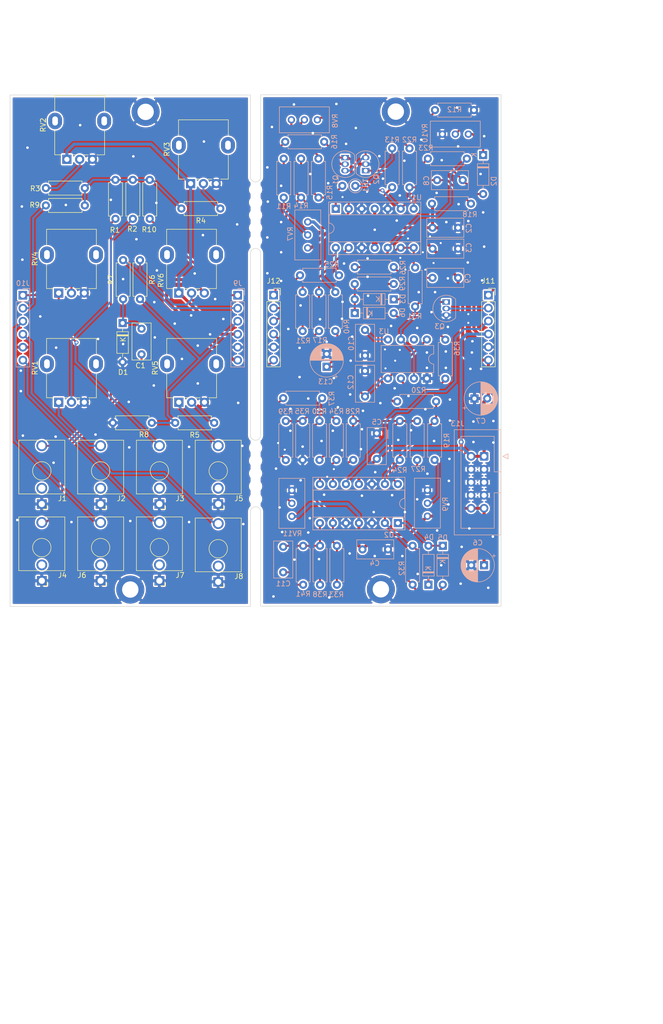
<source format=kicad_pcb>
(kicad_pcb (version 20210606) (generator pcbnew)
  (layers (0 "F.Cu" signal) (31 "B.Cu" signal) (34 "B.Paste" user) (35 "F.Paste" user) (36 "B.SilkS" user "B.Silkscreen") (37 "F.SilkS" user "F.Silkscreen") (38 "B.Mask" user) (39 "F.Mask" user) (44 "Edge.Cuts" user))
  (net 0 "")
  (net 1 "Net-(C1-Pad1)")
  (net 2 "Net-(C1-Pad2)")
  (net 3 "+12V")
  (net 4 "GND")
  (net 5 "-12V")
  (net 6 "Net-(C8-Pad1)")
  (net 7 "Net-(C8-Pad2)")
  (net 8 "Net-(C9-Pad1)")
  (net 9 "Net-(C10-Pad1)")
  (net 10 "Net-(C11-Pad1)")
  (net 11 "Net-(C11-Pad2)")
  (net 12 "Net-(C12-Pad1)")
  (net 13 "Net-(D2-Pad1)")
  (net 14 "Net-(D3-Pad2)")
  (net 15 "Net-(D4-Pad1)")
  (net 16 "Net-(D4-Pad2)")
  (net 17 "Net-(D5-Pad2)")
  (net 18 "Net-(D6-Pad2)")
  (net 19 "Net-(J1-PadT)")
  (net 20 "GNDA")
  (net 21 "Net-(J2-PadT)")
  (net 22 "Net-(J3-PadT)")
  (net 23 "Net-(J5-PadT)")
  (net 24 "/P_OSaw")
  (net 25 "/P_OTri")
  (net 26 "/P_OPulse")
  (net 27 "+12VA")
  (net 28 "-12VA")
  (net 29 "/P_CVmix")
  (net 30 "/P_HFtrim")
  (net 31 "/P_FMlin")
  (net 32 "/P_Sync")
  (net 33 "/P_PWMoffs")
  (net 34 "/OSaw")
  (net 35 "/OTri")
  (net 36 "/OPulse")
  (net 37 "/CVmix")
  (net 38 "/HFtrim")
  (net 39 "/FMlin")
  (net 40 "/Sync")
  (net 41 "/PWMoffs")
  (net 42 "Net-(Q1-Pad2)")
  (net 43 "Net-(Q1-Pad3)")
  (net 44 "Net-(Q2-Pad1)")
  (net 45 "Net-(Q3-Pad1)")
  (net 46 "Net-(R1-Pad2)")
  (net 47 "Net-(R2-Pad1)")
  (net 48 "Net-(R3-Pad1)")
  (net 49 "Net-(R4-Pad1)")
  (net 50 "Net-(R5-Pad1)")
  (net 51 "Net-(R6-Pad1)")
  (net 52 "Net-(R11-Pad2)")
  (net 53 "Net-(R12-Pad2)")
  (net 54 "Net-(R13-Pad2)")
  (net 55 "Net-(R14-Pad2)")
  (net 56 "Net-(R15-Pad1)")
  (net 57 "/WSaw")
  (net 58 "Net-(R17-Pad2)")
  (net 59 "Net-(R19-Pad1)")
  (net 60 "Net-(R19-Pad2)")
  (net 61 "/WRoot")
  (net 62 "Net-(R21-Pad2)")
  (net 63 "/CCexp")
  (net 64 "Net-(R28-Pad2)")
  (net 65 "Net-(R34-Pad1)")
  (net 66 "Net-(R34-Pad2)")
  (net 67 "Net-(R36-Pad2)")
  (net 68 "Net-(R37-Pad2)")
  (footprint "Potentiometer_THT:Potentiometer_Alpha_RD901F-40-00D_Single_Vertical" (layer "F.Cu") (at 131.9 111.775 90)
    (fp_text reference "RV5")
    (fp_text value "PWM Level")
  )
  (footprint "Connector_PinSocket_2.54mm:PinSocket_1x06_P2.54mm_Vertical" (layer "F.Cu") (at 150.425 90.825)
    (fp_text reference "J12")
    (fp_text value "C2B")
  )
  (footprint "Resistor_THT:R_Axial_DIN0207_L6.3mm_D2.5mm_P7.62mm_Horizontal" (layer "F.Cu") (at 126.2 68.29 -90)
    (fp_text reference "R10")
    (fp_text value "2M2")
  )
  (footprint "MouseBites:MouseBites_5x2mm+0.5mm" (layer "F.Cu") (at 146.9 125.7 90)
    (fp_text reference "REF**" hide)
    (fp_text value "MouseBites_5x2mm+0.5mm" hide)
  )
  (footprint "Potentiometer_THT:Potentiometer_Alpha_RD901F-40-00D_Single_Vertical" (layer "F.Cu") (at 131.88 90.425 90)
    (fp_text reference "RV6")
    (fp_text value "PWM Offset")
  )
  (footprint "Resistor_THT:R_Axial_DIN0207_L6.3mm_D2.5mm_P7.62mm_Horizontal" (layer "F.Cu") (at 122.9 75.91 90)
    (fp_text reference "R2")
    (fp_text value "100k")
  )
  (footprint "Connector_Audio:Jack_3.5mm_QingPu_WQP-PJ398SM_Vertical_CircularHoles" (layer "F.Cu") (at 116.6 131.68 180)
    (fp_text reference "J2")
    (fp_text value "Exp FM")
  )
  (footprint "Connector_Audio:Jack_3.5mm_QingPu_WQP-PJ398SM_Vertical_CircularHoles" (layer "F.Cu") (at 128.1 131.68 180)
    (fp_text reference "J3")
    (fp_text value "Lin FM")
  )
  (footprint "Resistor_THT:R_Axial_DIN0207_L6.3mm_D2.5mm_P7.62mm_Horizontal" (layer "F.Cu") (at 121 91.61 90)
    (fp_text reference "R7")
    (fp_text value "R")
  )
  (footprint "Connector_Audio:Jack_3.5mm_QingPu_WQP-PJ398SM_Vertical_CircularHoles" (layer "F.Cu") (at 105.1 131.68 180)
    (fp_text reference "J1")
    (fp_text value "CV")
  )
  (footprint "Connector_Audio:Jack_3.5mm_QingPu_WQP-PJ398SM_Vertical_CircularHoles" (layer "F.Cu") (at 116.6 146.68 180)
    (fp_text reference "J6")
    (fp_text value "Saw")
  )
  (footprint "MountingHole:MountingHole_3.2mm_M3_ISO14580_Pad" (layer "F.Cu") (at 122.4 148.4)
    (fp_text reference "REF**" hide)
    (fp_text value "MountingHole_3.2mm_M3_ISO14580_Pad" hide)
  )
  (footprint "Resistor_THT:R_Axial_DIN0207_L6.3mm_D2.5mm_P7.62mm_Horizontal" (layer "F.Cu") (at 126.61 115.8 180)
    (fp_text reference "R8")
    (fp_text value "R")
  )
  (footprint "Connector_PinSocket_2.54mm:PinSocket_1x06_P2.54mm_Vertical" (layer "F.Cu") (at 192.425 90.825)
    (fp_text reference "J11")
    (fp_text value "C1B")
  )
  (footprint "Resistor_THT:R_Axial_DIN0207_L6.3mm_D2.5mm_P7.62mm_Horizontal" (layer "F.Cu") (at 124.3 83.99 -90)
    (fp_text reference "R6")
    (fp_text value "R")
  )
  (footprint "Connector_Audio:Jack_3.5mm_QingPu_WQP-PJ398SM_Vertical_CircularHoles" (layer "F.Cu") (at 105.1 146.68 180)
    (fp_text reference "J4")
    (fp_text value "Sync")
  )
  (footprint "Potentiometer_THT:Potentiometer_Alpha_RD901F-40-00D_Single_Vertical" (layer "F.Cu") (at 110 64.275 90)
    (fp_text reference "RV2")
    (fp_text value "Coarse Freq")
  )
  (footprint "Resistor_THT:R_Axial_DIN0207_L6.3mm_D2.5mm_P7.62mm_Horizontal" (layer "F.Cu") (at 113.51 73.3 180)
    (fp_text reference "R9")
    (fp_text value "0R")
  )
  (footprint "Potentiometer_THT:Potentiometer_Alpha_RD901F-40-00D_Single_Vertical" (layer "F.Cu") (at 134.2 69.025 90)
    (fp_text reference "RV3")
    (fp_text value "Fine Freq")
  )
  (footprint "Potentiometer_THT:Potentiometer_Alpha_RD901F-40-00D_Single_Vertical" (layer "F.Cu") (at 108.4 111.775 90)
    (fp_text reference "RV1")
    (fp_text value "FM Level")
  )
  (footprint "Resistor_THT:R_Axial_DIN0207_L6.3mm_D2.5mm_P7.62mm_Horizontal" (layer "F.Cu") (at 140.01 73.9 180)
    (fp_text reference "R4")
    (fp_text value "3M3")
  )
  (footprint "Resistor_THT:R_Axial_DIN0207_L6.3mm_D2.5mm_P7.62mm_Horizontal" (layer "F.Cu") (at 119.5 75.91 90)
    (fp_text reference "R1")
    (fp_text value "100k")
  )
  (footprint "Connector_Audio:Jack_3.5mm_QingPu_WQP-PJ398SM_Vertical_CircularHoles" (layer "F.Cu") (at 128.1 146.68 180)
    (fp_text reference "J7")
    (fp_text value "Tri")
  )
  (footprint "MountingHole:MountingHole_3.2mm_M3_ISO14580_Pad" (layer "F.Cu") (at 171.4 148.35)
    (fp_text reference "REF**" hide)
    (fp_text value "MountingHole_3.2mm_M3_ISO14580_Pad" hide)
  )
  (footprint "MouseBites:MouseBites_5x2mm+0.5mm" (layer "F.Cu") (at 146.9 75.2 -90)
    (fp_text reference "REF**" hide)
    (fp_text value "MouseBites_5x2mm+0.5mm" hide)
  )
  (footprint "Connector_Audio:Jack_3.5mm_QingPu_WQP-PJ398SM_Vertical_CircularHoles" (layer "F.Cu") (at 139.6 146.9 180)
    (fp_text reference "J8")
    (fp_text value "Pulse")
  )
  (footprint "Capacitor_THT:C_Rect_L7.0mm_W3.5mm_P5.00mm" (layer "F.Cu") (at 124.6 102.4 90)
    (fp_text reference "C1")
    (fp_text value "100p")
  )
  (footprint "Connector_Audio:Jack_3.5mm_QingPu_WQP-PJ398SM_Vertical_CircularHoles" (layer "F.Cu") (at 139.6 131.68 180)
    (fp_text reference "J5")
    (fp_text value "CV_PWM")
  )
  (footprint "Resistor_THT:R_Axial_DIN0207_L6.3mm_D2.5mm_P7.62mm_Horizontal" (layer "F.Cu") (at 138.81 115.8 180)
    (fp_text reference "R5")
    (fp_text value "R")
  )
  (footprint "Resistor_THT:R_Axial_DIN0207_L6.3mm_D2.5mm_P7.62mm_Horizontal" (layer "F.Cu") (at 105.89 69.9)
    (fp_text reference "R3")
    (fp_text value "100k")
  )
  (footprint "MountingHole:MountingHole_3.2mm_M3_ISO14580_Pad" (layer "F.Cu") (at 174.32 54.95)
    (fp_text reference "REF**" hide)
    (fp_text value "MountingHole_3.2mm_M3_ISO14580_Pad" hide)
  )
  (footprint "Potentiometer_THT:Potentiometer_Alpha_RD901F-40-00D_Single_Vertical" (layer "F.Cu") (at 108.4 90.425 90)
    (fp_text reference "RV4")
    (fp_text value "Lin FM Level")
  )
  (footprint "Diode_THT:D_DO-35_SOD27_P7.62mm_Horizontal" (layer "F.Cu") (at 120.9 96.29 -90)
    (fp_text reference "D1")
    (fp_text value "D")
  )
  (footprint "MountingHole:MountingHole_3.2mm_M3_ISO14580_Pad" (layer "F.Cu") (at 125.4 55)
    (fp_text reference "REF**" hide)
    (fp_text value "MountingHole_3.2mm_M3_ISO14580_Pad" hide)
  )
  (footprint "Diode_THT:D_DO-35_SOD27_P7.62mm_Horizontal" (layer "B.Cu") (at 173.91 91.65 180)
    (fp_text reference "D3")
    (fp_text value "D")
  )
  (footprint "Capacitor_THT:C_Rect_L7.0mm_W3.5mm_P5.00mm" (layer "B.Cu") (at 168.3 110.65 90)
    (fp_text reference "C12")
    (fp_text value "100n")
  )
  (footprint "Capacitor_THT:CP_Radial_D6.3mm_P2.50mm" (layer "B.Cu") (at 160.8 104.83238 90)
    (fp_text reference "C13")
    (fp_text value "47u")
  )
  (footprint "Package_TO_SOT_THT:TO-92_Inline" (layer "B.Cu") (at 168.425 66.49 90)
    (fp_text reference "Q2")
    (fp_text value "NPN")
  )
  (footprint "Capacitor_THT:C_Rect_L7.0mm_W3.5mm_P5.00mm" (layer "B.Cu") (at 168.3 97.65 -90)
    (fp_text reference "C10")
    (fp_text value "47n")
  )
  (footprint "Capacitor_THT:CP_Radial_D6.3mm_P2.50mm" (layer "B.Cu") (at 191.58238 143.65 180)
    (fp_text reference "C6")
    (fp_text value "47u")
  )
  (footprint "Diode_THT:D_DO-35_SOD27_P7.62mm_Horizontal" (layer "B.Cu") (at 191.4 63.44 -90)
    (fp_text reference "D2")
    (fp_text value "D")
  )
  (footprint "Resistor_THT:R_Axial_DIN0207_L6.3mm_D2.5mm_P7.62mm_Horizontal" (layer "B.Cu") (at 166 115.44 -90)
    (fp_text reference "R28")
    (fp_text value "10k")
  )
  (footprint "Resistor_THT:R_Axial_DIN0207_L6.3mm_D2.5mm_P2.54mm_Vertical" (layer "B.Cu") (at 166.405 69.46 180)
    (fp_text reference "TH1")
    (fp_text value "10k")
  )
  (footprint "Resistor_THT:R_Axial_DIN0207_L6.3mm_D2.5mm_P7.62mm_Horizontal" (layer "B.Cu") (at 173.91 85.35 180)
    (fp_text reference "R26")
    (fp_text value "470")
  )
  (footprint "Resistor_THT:R_Axial_DIN0207_L6.3mm_D2.5mm_P7.62mm_Horizontal" (layer "B.Cu") (at 177.6 139.83 -90)
    (fp_text reference "R32")
    (fp_text value "100k")
  )
  (footprint "Resistor_THT:R_Axial_DIN0207_L6.3mm_D2.5mm_P7.62mm_Horizontal" (layer "B.Cu") (at 162.8 139.84 -90)
    (fp_text reference "R33")
    (fp_text value "50k")
  )
  (footprint "Capacitor_THT:C_Rect_L7.0mm_W3.5mm_P5.00mm" (layer "B.Cu") (at 167.8 140.55)
    (fp_text reference "C4")
    (fp_text value "100n")
  )
  (footprint "Package_DIP:DIP-8_W7.62mm" (layer "B.Cu") (at 180.4 107.13 90)
    (fp_text reference "U3")
    (fp_text value "ICM7555xP")
  )
  (footprint "Diode_THT:D_DO-35_SOD27_P7.62mm_Horizontal" (layer "B.Cu") (at 166.29 94.35)
    (fp_text reference "D6")
    (fp_text value "D")
  )
  (footprint "Resistor_THT:R_Axial_DIN0207_L6.3mm_D2.5mm_P7.62mm_Horizontal" (layer "B.Cu") (at 156.1 97.86 90)
    (fp_text reference "R21")
    (fp_text value "100k")
  )
  (footprint "Package_TO_SOT_THT:TO-92_Inline" (layer "B.Cu") (at 184.1725 92.18 -90)
    (fp_text reference "Q3")
    (fp_text value "Q_NPN_CBE")
  )
  (footprint "Resistor_THT:R_Axial_DIN0207_L6.3mm_D2.5mm_P7.62mm_Horizontal" (layer "B.Cu") (at 155.8 71.76 90)
    (fp_text reference "R14")
    (fp_text value "2k2")
  )
  (footprint "Resistor_THT:R_Axial_DIN0207_L6.3mm_D2.5mm_P7.62mm_Horizontal" (layer "B.Cu") (at 181.9 123.06 90)
    (fp_text reference "R19")
    (fp_text value "47k")
  )
  (footprint "Resistor_THT:R_Axial_DIN0207_L6.3mm_D2.5mm_P7.62mm_Horizontal" (layer "B.Cu") (at 189.6 54.65 180)
    (fp_text reference "R12")
    (fp_text value "R")
  )
  (footprint "Potentiometer_THT:Potentiometer_Bourns_3296W_Vertical" (layer "B.Cu") (at 153.9 56.55 180)
    (fp_text reference "RV8")
    (fp_text value "50k")
  )
  (footprint "Potentiometer_THT:Potentiometer_Bourns_3296W_Vertical" (layer "B.Cu") (at 154 129 90)
    (fp_text reference "RV11")
    (fp_text value "50k")
  )
  (footprint "Resistor_THT:R_Axial_DIN0207_L6.3mm_D2.5mm_P7.62mm_Horizontal" (layer "B.Cu") (at 162.5 90.24 -90)
    (fp_text reference "R40")
    (fp_text value "10R")
  )
  (footprint "Diode_THT:D_DO-35_SOD27_P7.62mm_Horizontal" (layer "B.Cu") (at 180.7 147.45 90)
    (fp_text reference "D4")
    (fp_text value "D")
  )
  (footprint "Resistor_THT:R_Axial_DIN0207_L6.3mm_D2.5mm_P7.62mm_Horizontal" (layer "B.Cu") (at 184 99.54 -90)
    (fp_text reference "R36")
    (fp_text value "100")
  )
  (footprint "Resistor_THT:R_Axial_DIN0207_L6.3mm_D2.5mm_P7.62mm_Horizontal" (layer "B.Cu") (at 178.5 115.44 -90)
    (fp_text reference "R27")
    (fp_text value "100k")
  )
  (footprint "Capacitor_THT:C_Rect_L7.0mm_W3.5mm_P5.00mm" (layer "B.Cu") (at 182.4 68.35)
    (fp_text reference "C8")
    (fp_text value "2n2")
  )
  (footprint "Resistor_THT:R_Axial_DIN0207_L6.3mm_D2.5mm_P7.62mm_Horizontal" (layer "B.Cu") (at 181.39 72.95)
    (fp_text reference "R18")
    (fp_text value "1M")
  )
  (footprint "Resistor_THT:R_Axial_DIN0207_L6.3mm_D2.5mm_P7.62mm_Horizontal" (layer "B.Cu") (at 152.4 64.15 -90)
    (fp_text reference "R11")
    (fp_text value "100k")
  )
  (footprint "Capacitor_THT:C_Rect_L7.0mm_W3.5mm_P5.00mm" (layer "B.Cu") (at 181.5 77.65)
    (fp_text reference "C2")
    (fp_text value "100n")
  )
  (footprint "Resistor_THT:R_Axial_DIN0207_L6.3mm_D2.5mm_P7.62mm_Horizontal" (layer "B.Cu") (at 159.4 123.06 90)
    (fp_text reference "R30")
    (fp_text value "100k")
  )
  (footprint "Connector_PinHeader_2.54mm:PinHeader_1x06_P2.54mm_Vertical" (layer "B.Cu") (at 143.4 90.85 180)
    (fp_text reference "J9")
    (fp_text value "C1T")
  )
  (footprint "Connector_IDC:IDC-Header_2x05_P2.54mm_Vertical" (layer "B.Cu") (at 191.58238 122.35 180)
    (fp_text reference "J13")
    (fp_text value "Power")
  )
  (footprint "Resistor_THT:R_Axial_DIN0207_L6.3mm_D2.5mm_P7.62mm_Horizontal" (layer "B.Cu") (at 180.59 64.15)
    (fp_text reference "R23")
    (fp_text value "1k")
  )
  (footprint "Resistor_THT:R_Axial_DIN0207_L6.3mm_D2.5mm_P7.62mm_Horizontal" (layer "B.Cu") (at 159.2 64.14 -90)
    (fp_text reference "R15")
    (fp_text value "R")
  )
  (footprint "Resistor_THT:R_Axial_DIN0207_L6.3mm_D2.5mm_P7.62mm_Horizontal" (layer "B.Cu") (at 162.7 123.06 90)
    (fp_text reference "R34")
    (fp_text value "R")
  )
  (footprint "Potentiometer_THT:Potentiometer_Bourns_3296W_Vertical" (layer "B.Cu") (at 157.1 81.6 -90)
    (fp_text reference "RV7")
    (fp_text value "50k")
  )
  (footprint "Resistor_THT:R_Axial_DIN0207_L6.3mm_D2.5mm_P7.62mm_Horizontal" (layer "B.Cu") (at 159.92 110.98 180)
    (fp_text reference "R37")
    (fp_text value "150k")
  )
  (footprint "Capacitor_THT:C_Rect_L7.0mm_W3.5mm_P5.00mm" (layer "B.Cu") (at 152.3 145.03 90)
    (fp_text reference "C11")
    (fp_text value "47p")
  )
  (footprint "Package_DIP:DIP-14_W7.62mm_Socket" (layer "B.Cu") (at 162.575 73.95 -90)
    (fp_text reference "U1")
    (fp_text value "TL074")
  )
  (footprint "Resistor_THT:R_Axial_DIN0207_L6.3mm_D2.5mm_P7.62mm_Horizontal" (layer "B.Cu") (at 159.3 97.86 90)
    (fp_text reference "R17")
    (fp_text value "100k")
  )
  (footprint "Capacitor_THT:C_Rect_L7.0mm_W3.5mm_P5.00mm" (layer "B.Cu") (at 181.5 87.45)
    (fp_text reference "C9")
    (fp_text value "4n7")
  )
  (footprint "Resistor_THT:R_Axial_DIN0207_L6.3mm_D2.5mm_P7.62mm_Horizontal" (layer "B.Cu") (at 166.29 88.65)
    (fp_text reference "R29")
    (fp_text value "1M")
  )
  (footprint "Resistor_THT:R_Axial_DIN0207_L6.3mm_D2.5mm_P7.62mm_Horizontal" (layer "B.Cu") (at 174.59 111.62)
    (fp_text reference "R20")
    (fp_text value "47k")
  )
  (footprint "Resistor_THT:R_Axial_DIN0207_L6.3mm_D2.5mm_P7.62mm_Horizontal" (layer "B.Cu") (at 152.7 60.85)
    (fp_text reference "R16")
    (fp_text value "100k")
  )
  (footprint "Potentiometer_THT:Potentiometer_Bourns_3296W_Vertical" (layer "B.Cu") (at 180.5 134.05 -90)
    (fp_text reference "RV9")
    (fp_text value "50k")
  )
  (footprint "Resistor_THT:R_Axial_DIN0207_L6.3mm_D2.5mm_P7.62mm_Horizontal" (layer "B.Cu") (at 163.21 86.95 180)
    (fp_text reference "R25")
    (fp_text value "1k")
  )
  (footprint "Capacitor_THT:C_Rect_L7.0mm_W3.5mm_P5.00mm" (layer "B.Cu") (at 170.6 117.85 -90)
    (fp_text reference "C5")
    (fp_text value "100n")
  )
  (footprint "Resistor_THT:R_Axial_DIN0207_L6.3mm_D2.5mm_P7.62mm_Horizontal" (layer "B.Cu") (at 175.1 123.06 90)
    (fp_text reference "R24")
    (fp_text value "47k")
  )
  (footprint "Capacitor_THT:CP_Radial_D6.3mm_P2.50mm" (layer "B.Cu") (at 189.7 111.05)
    (fp_text reference "C7")
    (fp_text value "47u")
  )
  (footprint "Resistor_THT:R_Axial_DIN0207_L6.3mm_D2.5mm_P7.62mm_Horizontal" (layer "B.Cu") (at 156.2 139.84 -90)
    (fp_text reference "R41")
    (fp_text value "1k")
  )
  (footprint "Package_DIP:DIP-14_W7.62mm_Socket" (layer "B.Cu") (at 174.725 135.4 90)
    (fp_text reference "U2")
    (fp_text value "TL074")
  )
  (footprint "Connector_PinHeader_2.54mm:PinHeader_1x06_P2.54mm_Vertical" (layer "B.Cu") (at 101.4 90.85 180)
    (fp_text reference "J10")
    (fp_text value "C2T")
  )
  (footprint "Diode_THT:D_DO-35_SOD27_P7.62mm_Horizontal" (layer "B.Cu") (at 183.5 139.83 -90)
    (fp_text reference "D5")
    (fp_text value "D")
  )
  (footprint "Capacitor_THT:C_Rect_L7.0mm_W3.5mm_P5.00mm" (layer "B.Cu") (at 186.5 81.75 180)
    (fp_text reference "C3")
    (fp_text value "100n")
  )
  (footprint "Resistor_THT:R_Axial_DIN0207_L6.3mm_D2.5mm_P7.62mm_Horizontal" (layer "B.Cu") (at 159.5 147.46 90)
    (fp_text reference "R38")
    (fp_text value "200k")
  )
  (footprint "Resistor_THT:R_Axial_DIN0207_L6.3mm_D2.5mm_P7.62mm_Horizontal" (layer "B.Cu") (at 178.1 85.44 -90)
    (fp_text reference "R31")
    (fp_text value "2k2")
  )
  (footprint "Resistor_THT:R_Axial_DIN0207_L6.3mm_D2.5mm_P7.62mm_Horizontal" (layer "B.Cu") (at 152.81 115.46 -90)
    (fp_text reference "R39")
    (fp_text value "R")
  )
  (footprint "Resistor_THT:R_Axial_DIN0207_L6.3mm_D2.5mm_P7.62mm_Horizontal" (layer "B.Cu") (at 173.6 69.75 90)
    (fp_text reference "R13")
    (fp_text value "10k")
  )
  (footprint "Potentiometer_THT:Potentiometer_Bourns_3296W_Vertical" (layer "B.Cu") (at 188.5 59.35)
    (fp_text reference "RV10")
    (fp_text value "50k")
  )
  (footprint "Resistor_THT:R_Axial_DIN0207_L6.3mm_D2.5mm_P7.62mm_Horizontal" (layer "B.Cu") (at 177 62.14 -90)
    (fp_text reference "R22")
    (fp_text value "1k8")
  )
  (footprint "Resistor_THT:R_Axial_DIN0207_L6.3mm_D2.5mm_P7.62mm_Horizontal" (layer "B.Cu") (at 156.11 115.44 -90)
    (fp_text reference "R35")
    (fp_text value "R")
  )
  (footprint "Package_TO_SOT_THT:TO-92_Inline" (layer "B.Cu") (at 164.4 63.95 -90)
    (fp_text reference "Q1")
    (fp_text value "NPN")
  )
  (gr_line (start 194.9 151.65) (end 194.9 51.65) (layer "Edge.Cuts") (width 0.1))
  (gr_line (start 98.9 151.7) (end 98.9 51.7) (layer "Edge.Cuts") (width 0.1))
  (gr_line (start 147.9 151.65) (end 194.9 151.65) (layer "Edge.Cuts") (width 0.1))
  (gr_line (start 98.9 51.7) (end 145.9 51.7) (layer "Edge.Cuts") (width 0.1))
  (gr_arc (start 146.9 82.7) (end 145.9 82.7) (angle 180) (layer "Edge.Cuts") (width 0.1))
  (gr_arc (start 146.9 133.2) (end 145.9 133.2) (angle 180) (layer "Edge.Cuts") (width 0.1))
  (gr_arc (start 146.9 67.7) (end 147.9 67.7) (angle 180) (layer "Edge.Cuts") (width 0.1))
  (gr_line (start 147.9 151.65) (end 147.9 133.2) (layer "Edge.Cuts") (width 0.1))
  (gr_line (start 145.9 51.7) (end 145.9 67.7) (layer "Edge.Cuts") (width 0.1))
  (gr_line (start 145.9 133.2) (end 145.9 151.7) (layer "Edge.Cuts") (width 0.1))
  (gr_arc (start 146.9 118.2) (end 147.9 118.2) (angle 180) (layer "Edge.Cuts") (width 0.1))
  (gr_line (start 98.9 151.7) (end 145.9 151.7) (layer "Edge.Cuts") (width 0.1))
  (gr_line (start 147.9 51.65) (end 194.9 51.65) (layer "Edge.Cuts") (width 0.1))
  (gr_line (start 147.9 118.2) (end 147.9 82.7) (layer "Edge.Cuts") (width 0.1))
  (gr_line (start 147.9 67.7) (end 147.9 51.65) (layer "Edge.Cuts") (width 0.1))
  (gr_line (start 145.9 82.7) (end 145.9 118.2) (layer "Edge.Cuts") (width 0.1))
  (segment (start 105.95 135.28) (end 105.1 135.28) (width 0.4) (layer "F.Cu") (net 1))
  (segment (start 124.6 102.4) (end 124.6 106.28927) (width 0.4) (layer "F.Cu") (net 1))
  (segment (start 109.08927 132.14073) (end 105.95 135.28) (width 0.4) (layer "F.Cu") (net 1))
  (segment (start 124.6 106.28927) (end 109.08927 121.8) (width 0.4) (layer "F.Cu") (net 1))
  (segment (start 109.08927 121.8) (end 109.08927 132.14073) (width 0.4) (layer "F.Cu") (net 1))
  (segment (start 121 91.61) (end 121 96.19) (width 0.4) (layer "B.Cu") (net 2))
  (segment (start 123.49 96.29) (end 124.6 97.4) (width 0.4) (layer "B.Cu") (net 2))
  (segment (start 121 96.19) (end 120.9 96.29) (width 0.4) (layer "B.Cu") (net 2))
  (segment (start 120.9 96.29) (end 123.49 96.29) (width 0.4) (layer "B.Cu") (net 2))
  (segment (start 170.7 137.65) (end 167.8 140.55) (width 0.6) (layer "F.Cu") (net 3))
  (segment (start 182.5 77.65) (end 181.5 77.65) (width 0.6) (layer "F.Cu") (net 3))
  (segment (start 192.425 98.445) (end 190.495 98.445) (width 0.6) (layer "F.Cu") (net 3))
  (segment (start 187.1 119.55) (end 187.1 132.05) (width 0.6) (layer "F.Cu") (net 3))
  (segment (start 189.6 97.55) (end 189.6 91.95) (width 0.6) (layer "F.Cu") (net 3))
  (segment (start 167.105 139.855) (end 167.8 140.55) (width 0.6) (layer "F.Cu") (net 3))
  (segment (start 189.04238 132.51) (end 187.56 132.51) (width 0.6) (layer "F.Cu") (net 3))
  (segment (start 190.495 98.445) (end 189.6 97.55) (width 0.6) (layer "F.Cu") (net 3))
  (segment (start 186.5 88.85) (end 186.5 87.45) (width 0.6) (layer "F.Cu") (net 3))
  (segment (start 158.27 76.52) (end 157.1 76.52) (width 0.6) (layer "F.Cu") (net 3))
  (segment (start 181.5 77.65) (end 181.5 73.06) (width 0.6) (layer "F.Cu") (net 3))
  (segment (start 167.105 135.4) (end 167.105 139.855) (width 0.6) (layer "F.Cu") (net 3))
  (segment (start 189.6 91.95) (end 186.5 88.85) (width 0.6) (layer "F.Cu") (net 3))
  (segment (start 180.5 134.05) (end 176.9 137.65) (width 0.6) (layer "F.Cu") (net 3))
  (segment (start 184.2 79.35) (end 182.5 77.65) (width 0.6) (layer "F.Cu") (net 3))
  (segment (start 159.4 77.65) (end 158.27 76.52) (width 0.6) (layer "F.Cu") (net 3))
  (segment (start 167.9 77.65) (end 159.4 77.65) (width 0.6) (layer "F.Cu") (net 3))
  (segment (start 176.9 137.65) (end 170.7 137.65) (width 0.6) (layer "F.Cu") (net 3))
  (segment (start 186.5 87.45) (end 184.2 85.15) (width 0.6) (layer "F.Cu") (net 3))
  (segment (start 170.195 75.355) (end 167.9 77.65) (width 0.6) (layer "F.Cu") (net 3))
  (segment (start 191.58238 132.51) (end 191.58238 143.65) (width 0.6) (layer "F.Cu") (net 3))
  (segment (start 184.2 85.15) (end 184.2 79.35) (width 0.6) (layer "F.Cu") (net 3))
  (segment (start 189.04238 132.51) (end 191.58238 132.51) (width 0.6) (layer "F.Cu") (net 3))
  (segment (start 170.195 73.95) (end 170.195 75.345) (width 0.6) (layer "F.Cu") (net 3))
  (segment (start 170.195 75.345) (end 172.5 77.65) (width 0.6) (layer "F.Cu") (net 3))
  (segment (start 187.56 132.51) (end 186.02 134.05) (width 0.6) (layer "F.Cu") (net 3))
  (segment (start 181.5 73.06) (end 181.39 72.95) (width 0.6) (layer "F.Cu") (net 3))
  (segment (start 170.195 73.95) (end 170.195 75.355) (width 0.6) (layer "F.Cu") (net 3))
  (segment (start 187.1 132.05) (end 187.56 132.51) (width 0.6) (layer "F.Cu") (net 3))
  (segment (start 172.5 77.65) (end 181.5 77.65) (width 0.6) (layer "F.Cu") (net 3))
  (segment (start 186.02 134.05) (end 180.5 134.05) (width 0.6) (layer "F.Cu") (net 3))
  (via (at 187.1 119.55) (size 1) (drill 0.5) (layers "F.Cu" "B.Cu") (net 3))
  (segment (start 187.1 119.55) (end 187.1 99.55) (width 0.6) (layer "B.Cu") (net 3))
  (segment (start 167.105 135.4) (end 167.105 133.855) (width 0.6) (layer "B.Cu") (net 3))
  (segment (start 160 87.35) (end 160 78.25) (width 0.6) (layer "B.Cu") (net 3))
  (segment (start 162.5 89.85) (end 160 87.35) (width 0.6) (layer "B.Cu") (net 3))
  (segment (start 188.205 98.445) (end 192.425 98.445) (width 0.6) (layer "B.Cu") (net 3))
  (segment (start 164.9 131.65) (end 157.6 131.65) (width 0.6) (layer "B.Cu") (net 3))
  (segment (start 167.105 133.855) (end 164.9 131.65) (width 0.6) (layer "B.Cu") (net 3))
  (segment (start 158.27 76.52) (end 157.1 76.52) (width 0.6) (layer "B.Cu") (net 3))
  (segment (start 187.1 99.55) (end 188.205 98.445) (width 0.6) (layer "B.Cu") (net 3))
  (segment (start 157.6 131.65) (end 155.17 134.08) (width 0.6) (layer "B.Cu") (net 3))
  (segment (start 155.17 134.08) (end 154 134.08) (width 0.6) (layer "B.Cu") (net 3))
  (segment (start 160 78.25) (end 158.27 76.52) (width 0.6) (layer "B.Cu") (net 3))
  (segment (start 162.5 90.24) (end 162.5 89.85) (width 0.6) (layer "B.Cu") (net 3))
  (via (at 188.5 94.55) (size 0.8) (drill 0.4) (layers "F.Cu" "B.Cu") (net 4))
  (via (at 174.5 76.25) (size 1) (drill 0.5) (layers "F.Cu" "B.Cu") (net 4))
  (via (at 174.2 103.65) (size 0.8) (drill 0.4) (layers "F.Cu" "B.Cu") (net 4))
  (via (at 170.2 78.05) (size 1) (drill 0.5) (layers "F.Cu" "B.Cu") (net 4))
  (via (at 184.1 101.85) (size 1) (drill 0.5) (layers "F.Cu" "B.Cu") (net 4))
  (via (at 151.3 119.75) (size 0.8) (drill 0.4) (layers "F.Cu" "B.Cu") (net 4))
  (via (at 157.2 137.25) (size 1) (drill 0.5) (layers "F.Cu" "B.Cu") (net 4))
  (via (at 152.6 121.05) (size 0.8) (drill 0.4) (layers "F.Cu" "B.Cu") (net 4))
  (via (at 184.7 127.15) (size 1) (drill 0.5) (layers "F.Cu" "B.Cu") (net 4))
  (via (at 180.4 102.05) (size 1) (drill 0.5) (layers "F.Cu" "B.Cu") (net 4))
  (via (at 184.5 87.55) (size 1) (drill 0.5) (layers "F.Cu" "B.Cu") (net 4))
  (via (at 159.5 95.55) (size 1) (drill 0.5) (layers "F.Cu" "B.Cu") (net 4))
  (via (at 190.9 67.15) (size 1) (drill 0.5) (layers "F.Cu" "B.Cu") (net 4))
  (via (at 189.2 102.05) (size 1) (drill 0.5) (layers "F.Cu" "B.Cu") (net 4))
  (via (at 151.6 132.35) (size 1) (drill 0.5) (layers "F.Cu" "B.Cu") (net 4))
  (via (at 191.6 59.75) (size 1) (drill 0.5) (layers "F.Cu" "B.Cu") (net 4))
  (via (at 181.3 94.15) (size 1) (drill 0.5) (layers "F.Cu" "B.Cu") (net 4))
  (via (at 163 112.75) (size 1) (drill 0.5) (layers "F.Cu" "B.Cu") (net 4))
  (via (at 170.2 141.85) (size 1) (drill 0.5) (layers "F.Cu" "B.Cu") (net 4))
  (via (at 175.1 71.35) (size 1) (drill 0.5) (layers "F.Cu" "B.Cu") (net 4))
  (via (at 181 79.35) (size 0.8) (drill 0.4) (layers "F.Cu" "B.Cu") (net 4))
  (via (at 184.9 111.25) (size 1) (drill 0.5) (layers "F.Cu" "B.Cu") (net 4))
  (via (at 149.2 65.85) (size 1) (drill 0.5) (layers "F.Cu" "B.Cu") (net 4))
  (via (at 149.2 86.55) (size 1) (drill 0.5) (layers "F.Cu" "B.Cu") (net 4))
  (via (at 171.3 111.95) (size 1) (drill 0.5) (layers "F.Cu" "B.Cu") (net 4))
  (via (at 192.4 148.05) (size 1) (drill 0.5) (layers "F.Cu" "B.Cu") (net 4))
  (via (at 191.4 74.65) (size 1) (drill 0.5) (layers "F.Cu" "B.Cu") (net 4))
  (via (at 166.5 58.15) (size 1) (drill 0.5) (layers "F.Cu" "B.Cu") (net 4))
  (via (at 167.7 117.05) (size 1) (drill 0.5) (layers "F.Cu" "B.Cu") (net 4))
  (via (at 188.5 76.35) (size 1) (drill 0.5) (layers "F.Cu" "B.Cu") (net 4))
  (via (at 186.6 73.05) (size 1) (drill 0.5) (layers "F.Cu" "B.Cu") (net 4))
  (via (at 180.5 125.75) (size 1) (drill 0.5) (layers "F.Cu" "B.Cu") (net 4))
  (via (at 163.9 92.15) (size 1) (drill 0.5) (layers "F.Cu" "B.Cu") (net 4))
  (via (at 179.3 60.45) (size 1) (drill 0.5) (layers "F.Cu" "B.Cu") (net 4))
  (via (at 168.9 90.95) (size 1) (drill 0.5) (layers "F.Cu" "B.Cu") (net 4))
  (via (at 159.3 142.45) (size 1) (drill 0.5) (layers "F.Cu" "B.Cu") (net 4))
  (via (at 184.5 97.05) (size 1) (drill 0.5) (layers "F.Cu" "B.Cu") (net 4))
  (via (at 151.9 82.45) (size 1) (drill 0.5) (layers "F.Cu" "B.Cu") (net 4))
  (via (at 177.3 117.25) (size 1) (drill 0.5) (layers "F.Cu" "B.Cu") (net 4))
  (via (at 173.6 129.95) (size 1) (drill 0.5) (layers "F.Cu" "B.Cu") (net 4))
  (via (at 180.1 113.15) (size 1) (drill 0.5) (layers "F.Cu" "B.Cu") (net 4))
  (via (at 151.9 69.45) (size 1) (drill 0.5) (layers "F.Cu" "B.Cu") (net 4))
  (via (at 183.2 143.65) (size 1) (drill 0.5) (layers "F.Cu" "B.Cu") (net 4))
  (via (at 182 90.25) (size 1) (drill 0.5) (layers "F.Cu" "B.Cu") (net 4))
  (via (at 162.2 107.05) (size 1) (drill 0.5) (layers "F.Cu" "B.Cu") (net 4))
  (via (at 184.6 131.75) (size 1) (drill 0.5) (layers "F.Cu" "B.Cu") (net 4))
  (via (at 176.2 85.85) (size 0.8) (drill 0.4) (layers "F.Cu" "B.Cu") (net 4))
  (via (at 149.3 72.55) (size 1) (drill 0.5) (layers "F.Cu" "B.Cu") (net 4))
  (via (at 186.5 61.75) (size 1) (drill 0.5) (layers "F.Cu" "B.Cu") (net 4))
  (via (at 188.7 136.45) (size 1) (drill 0.5) (layers "F.Cu" "B.Cu") (net 4))
  (via (at 165.8 98.95) (size 1) (drill 0.5) (layers "F.Cu" "B.Cu") (net 4))
  (via (at 193.4 115.45) (size 1) (drill 0.5) (layers "F.Cu" "B.Cu") (net 4))
  (via (at 163.8 121.15) (size 1) (drill 0.5) (layers "F.Cu" "B.Cu") (net 4))
  (via (at 156.1 120.45) (size 1) (drill 0.5) (layers "F.Cu" "B.Cu") (net 4))
  (via (at 149.2 79.55) (size 1) (drill 0.5) (layers "F.Cu" "B.Cu") (net 4))
  (via (at 155.7 127.05) (size 1) (drill 0.5) (layers "F.Cu" "B.Cu") (net 4))
  (via (at 150.9 124.75) (size 1) (drill 0.5) (layers "F.Cu" "B.Cu") (net 4))
  (via (at 171.1 63.65) (size 1) (drill 0.5) (layers "F.Cu" "B.Cu") (net 4))
  (via (at 162.7 53.45) (size 1) (drill 0.5) (layers "F.Cu" "B.Cu") (net 4))
  (via (at 191 105.25) (size 1) (drill 0.5) (layers "F.Cu" "B.Cu") (net 4))
  (via (at 173.4 96.85) (size 1) (drill 0.5) (layers "F.Cu" "B.Cu") (net 4))
  (via (at 188.5 96.25) (size 0.8) (drill 0.4) (layers "F.Cu" "B.Cu") (net 4))
  (via (at 189.3 99.85) (size 1) (drill 0.5) (layers "F.Cu" "B.Cu") (net 4))
  (via (at 157.5 134.45) (size 1) (drill 0.5) (layers "F.Cu" "B.Cu") (net 4))
  (via (at 175.1 101.55) (size 0.8) (drill 0.4) (layers "F.Cu" "B.Cu") (net 4))
  (via (at 189.5 115.55) (size 1) (drill 0.5) (layers "F.Cu" "B.Cu") (net 4))
  (via (at 183.3 64.45) (size 1) (drill 0.5) (layers "F.Cu" "B.Cu") (net 4))
  (via (at 182.4 136.85) (size 1) (drill 0.5) (layers "F.Cu" "B.Cu") (net 4))
  (via (at 157.2 111.05) (size 1) (drill 0.5) (layers "F.Cu" "B.Cu") (net 4))
  (via (at 180.1 85.85) (size 0.8) (drill 0.4) (layers "F.Cu" "B.Cu") (net 4))
  (via (at 191.6 81.35) (size 1) (drill 0.5) (layers "F.Cu" "B.Cu") (net 4))
  (via (at 176 64.55) (size 1) (drill 0.5) (layers "F.Cu" "B.Cu") (net 4))
  (via (at 155.5 101.15) (size 1) (drill 0.5) (layers "F.Cu" "B.Cu") (net 4))
  (via (at 189.5 119.55) (size 1) (drill 0.5) (layers "F.Cu" "B.Cu") (net 4))
  (via (at 167.7 130.05) (size 1) (drill 0.5) (layers "F.Cu" "B.Cu") (net 4))
  (via (at 160.9 126.35) (size 0.8) (drill 0.4) (layers "F.Cu" "B.Cu") (net 4))
  (via (at 168.8 83.65) (size 1) (drill 0.5) (layers "F.Cu" "B.Cu") (net 4))
  (via (at 150.1 57.95) (size 1) (drill 0.5) (layers "F.Cu" "B.Cu") (net 4))
  (via (at 162.2 124.85) (size 0.8) (drill 0.4) (layers "F.Cu" "B.Cu") (net 4))
  (via (at 151.9 76.55) (size 1) (drill 0.5) (layers "F.Cu" "B.Cu") (net 4))
  (via (at 168.7 70.65) (size 0.8) (drill 0.4) (layers "F.Cu" "B.Cu") (net 4))
  (via (at 155.5 106.85) (size 1) (drill 0.5) (layers "F.Cu" "B.Cu") (net 4))
  (via (at 171.8 68.05) (size 1) (drill 0.5) (layers "F.Cu" "B.Cu") (net 4))
  (via (at 161.3 149.95) (size 1) (drill 0.5) (layers "F.Cu" "B.Cu") (net 4))
  (via (at 186.3 54.15) (size 1) (drill 0.5) (layers "F.Cu" "B.Cu") (net 4))
  (via (at 160.8 99.95) (size 1) (drill 0.5) (layers "F.Cu" "B.Cu") (net 4))
  (via (at 175.6 141.85) (size 1) (drill 0.5) (layers "F.Cu" "B.Cu") (net 4))
  (via (at 178.5 97.25) (size 1) (drill 0.5) (layers "F.Cu" "B.Cu") (net 4))
  (via (at 188.4 84.45) (size 1) (drill 0.5) (layers "F.Cu" "B.Cu") (net 4))
  (via (at 164.6 61.25) (size 1) (drill 0.5) (layers "F.Cu" "B.Cu") (net 4))
  (via (at 153.7 113.05) (size 1) (drill 0.5) (layers "F.Cu" "B.Cu") (net 4))
  (via (at 163.9 71.65) (size 0.8) (drill 0.4) (layers "F.Cu" "B.Cu") (net 4))
  (via (at 168.9 95.05) (size 1) (drill 0.5) (layers "F.Cu" "B.Cu") (net 4))
  (via (at 161.1 68.95) (size 1) (drill 0.5) (layers "F.Cu" "B.Cu") (net 4))
  (via (at 184.8 122.85) (size 1) (drill 0.5) (layers "F.Cu" "B.Cu") (net 4))
  (via (at 167.5 120.95) (size 1) (drill 0.5) (layers "F.Cu" "B.Cu") (net 4))
  (via (at 154.5 142.55) (size 1) (drill 0.5) (layers "F.Cu" "B.Cu") (net 4))
  (via (at 176.7 79.75) (size 0.8) (drill 0.4) (layers "F.Cu" "B.Cu") (net 4))
  (via (at 176.1 133.25) (size 1) (drill 0.5) (layers "F.Cu" "B.Cu") (net 4))
  (via (at 181.8 119.35) (size 1) (drill 0.5) (layers "F.Cu" "B.Cu") (net 4))
  (via (at 178.6 145.35) (size 1) (drill 0.5) (layers "F.Cu" "B.Cu") (net 4))
  (via (at 153.3 97.45) (size 1) (drill 0.5) (layers "F.Cu" "B.Cu") (net 4))
  (via (at 180.4 105.05) (size 1) (drill 0.5) (layers "F.Cu" "B.Cu") (net 4))
  (via (at 181.7 84.55) (size 0.8) (drill 0.4) (layers "F.Cu" "B.Cu") (net 4))
  (via (at 153.7 117.35) (size 1) (drill 0.5) (layers "F.Cu" "B.Cu") (net 4))
  (via (at 150.4 149.75) (size 1) (drill 0.5) (layers "F.Cu" "B.Cu") (net 4))
  (via (at 163.8 95.45) (size 1) (drill 0.5) (layers "F.Cu" "B.Cu") (net 4))
  (via (at 165.3 141.35) (size 1) (drill 0.5) (layers "F.Cu" "B.Cu") (net 4))
  (via (at 160.3 129.85) (size 1) (drill 0.5) (layers "F.Cu" "B.Cu") (net 4))
  (via (at 167.9 113.45) (size 1) (drill 0.5) (layers "F.Cu" "B.Cu") (net 4))
  (via (at 184.9 115.35) (size 1) (drill 0.5) (layers "F.Cu" "B.Cu") (net 4))
  (via (at 176.8 110.55) (size 1) (drill 0.5) (layers "F.Cu" "B.Cu") (net 4))
  (via (at 184.1 105.05) (size 1) (drill 0.5) (layers "F.Cu" "B.Cu") (net 4))
  (via (at 152.1 137.15) (size 1) (drill 0.5) (layers "F.Cu" "B.Cu") (net 4))
  (via (at 178.8 90.25) (size 1) (drill 0.5) (layers "F.Cu" "B.Cu") (net 4))
  (via (at 182.3 70.85) (size 1) (drill 0.5) (layers "F.Cu" "B.Cu") (net 4))
  (via (at 164.2 84.65) (size 1) (drill 0.5) (layers "F.Cu" "B.Cu") (net 4))
  (via (at 193.4 119.65) (size 1) (drill 0.5) (layers "F.Cu" "B.Cu") (net 4))
  (via (at 170 133.25) (size 1) (drill 0.5) (layers "F.Cu" "B.Cu") (net 4))
  (via (at 187.2 140.05) (size 1) (drill 0.5) (layers "F.Cu" "B.Cu") (net 4))
  (via (at 154.4 53.55) (size 1) (drill 0.5) (layers "F.Cu" "B.Cu") (net 4))
  (via (at 184.2 76.55) (size 1) (drill 0.5) (layers "F.Cu" "B.Cu") (net 4))
  (via (at 155.7 92.85) (size 1) (drill 0.5) (layers "F.Cu" "B.Cu") (net 4))
  (via (at 183.1 80.65) (size 0.8) (drill 0.4) (layers "F.Cu" "B.Cu") (net 4))
  (via (at 191.2 87.95) (size 1) (drill 0.5) (layers "F.Cu" "B.Cu") (net 4))
  (via (at 168.8 87.25) (size 1) (drill 0.5) (layers "F.Cu" "B.Cu") (net 4))
  (via (at 158.1 59.15) (size 1) (drill 0.5) (layers "F.Cu" "B.Cu") (net 4))
  (via (at 179.6 82.45) (size 0.8) (drill 0.4) (layers "F.Cu" "B.Cu") (net 4))
  (via (at 174.1 109.05) (size 1) (drill 0.5) (layers "F.Cu" "B.Cu") (net 4))
  (via (at 172.3 105.15) (size 0.8) (drill 0.4) (layers "F.Cu" "B.Cu") (net 4))
  (via (at 165.4 110.25) (size 1) (drill 0.5) (layers "F.Cu" "B.Cu") (net 4))
  (via (at 151.9 88.05) (size 1) (drill 0.5) (layers "F.Cu" "B.Cu") (net 4))
  (via (at 170.3 125.45) (size 1) (drill 0.5) (layers "F.Cu" "B.Cu") (net 4))
  (via (at 159.8 119.35) (size 1) (drill 0.5) (layers "F.Cu" "B.Cu") (net 4))
  (via (at 157.6 67.15) (size 1) (drill 0.5) (layers "F.Cu" "B.Cu") (net 4))
  (via (at 187 147.25) (size 1) (drill 0.5) (layers "F.Cu" "B.Cu") (net 4))
  (via (at 174.8 119.15) (size 1) (drill 0.5) (layers "F.Cu" "B.Cu") (net 4))
  (via (at 165.5 103.65) (size 1) (drill 0.5) (layers "F.Cu" "B.Cu") (net 4))
  (via (at 178.5 130.75) (size 1) (drill 0.5) (layers "F.Cu" "B.Cu") (net 4))
  (via (at 188.9 105.25) (size 1) (drill 0.5) (layers "F.Cu" "B.Cu") (net 4))
  (via (at 162 117.35) (size 1) (drill 0.5) (layers "F.Cu" "B.Cu") (net 4))
  (via (at 193.3 138.05) (size 1) (drill 0.5) (layers "F.Cu" "B.Cu") (net 4))
  (via (at 175.2 83.55) (size 0.8) (drill 0.4) (layers "F.Cu" "B.Cu") (net 4))
  (via (at 172.2 101.45) (size 0.8) (drill 0.4) (layers "F.Cu" "B.Cu") (net 4))
  (segment (start 170.195 81.57) (end 170.195 80.955) (width 0.6) (layer "F.Cu") (net 5))
  (segment (start 188.575 103.525) (end 187.4 102.35) (width 0.6) (layer "F.Cu") (net 5))
  (segment (start 170.195 80.945) (end 170.195 81.57) (width 0.6) (layer "F.Cu") (net 5))
  (segment (start 187.4 92.733478) (end 183 88.333478) (width 0.6) (layer "F.Cu") (net 5))
  (segment (start 167.105 127.78) (end 167.105 126.345) (width 0.6) (layer "F.Cu") (net 5))
  (segment (start 167.105 126.345) (end 170.6 122.85) (width 0.6) (layer "F.Cu") (net 5))
  (segment (start 170.195 80.955) (end 172.5 78.65) (width 0.6) (layer "F.Cu") (net 5))
  (segment (start 178.4 78.65) (end 181.5 81.75) (width 0.6) (layer "F.Cu") (net 5))
  (segment (start 192.425 103.525) (end 192.425 110.825) (width 0.6) (layer "F.Cu") (net 5))
  (segment (start 192.425 110.825) (end 192.2 111.05) (width 0.6) (layer "F.Cu") (net 5))
  (segment (start 183 83.25) (end 181.5 81.75) (width 0.6) (layer "F.Cu") (net 5))
  (segment (start 191.58238 122.35) (end 189.04238 122.35) (width 0.6) (layer "F.Cu") (net 5))
  (segment (start 183 88.333478) (end 183 83.25) (width 0.6) (layer "F.Cu") (net 5))
  (segment (start 157.75 81.6) (end 160.6 78.75) (width 0.6) (layer "F.Cu") (net 5))
  (segment (start 160.6 78.75) (end 168 78.75) (width 0.6) (layer "F.Cu") (net 5))
  (segment (start 191.58238 122.35) (end 191.58238 111.66762) (width 0.6) (layer "F.Cu") (net 5))
  (segment (start 187.4 102.35) (end 187.4 92.733478) (width 0.6) (layer "F.Cu") (net 5))
  (segment (start 168 78.75) (end 170.195 80.945) (width 0.6) (layer "F.Cu") (net 5))
  (segment (start 157.1 81.6) (end 157.75 81.6) (width 0.6) (layer "F.Cu") (net 5))
  (segment (start 192.425 103.525) (end 188.575 103.525) (width 0.6) (layer "F.Cu") (net 5))
  (segment (start 191.58238 111.66762) (end 192.2 111.05) (width 0.6) (layer "F.Cu") (net 5))
  (segment (start 172.5 78.65) (end 178.4 78.65) (width 0.6) (layer "F.Cu") (net 5))
  (segment (start 187.44238 120.75) (end 172.7 120.75) (width 0.6) (layer "B.Cu") (net 5))
  (segment (start 172.7 120.75) (end 170.6 122.85) (width 0.6) (layer "B.Cu") (net 5))
  (segment (start 189.04238 122.35) (end 187.44238 120.75) (width 0.6) (layer "B.Cu") (net 5))
  (segment (start 189 72.95) (end 184.4 68.35) (width 0.4) (layer "F.Cu") (net 6))
  (segment (start 163.4 63.95) (end 164.4 63.95) (width 0.4) (layer "F.Cu") (net 6))
  (segment (start 171.7 70.35) (end 170.010978 70.35) (width 0.4) (layer "F.Cu") (net 6))
  (segment (start 170.010978 70.35) (end 166.4 66.739022) (width 0.4) (layer "F.Cu") (net 6))
  (segment (start 166.4 65.25) (end 165.1 63.95) (width 0.4) (layer "F.Cu") (net 6))
  (segment (start 180.875 68.35) (end 182.4 68.35) (width 0.4) (layer "F.Cu") (net 6))
  (segment (start 160.32 60.87) (end 163.4 63.95) (width 0.4) (layer "F.Cu") (net 6))
  (segment (start 165.1 63.95) (end 164.4 63.95) (width 0.4) (layer "F.Cu") (net 6))
  (segment (start 184.4 68.35) (end 182.4 68.35) (width 0.4) (layer "F.Cu") (net 6))
  (segment (start 160.32 60.85) (end 160.32 60.87) (width 0.4) (layer "F.Cu") (net 6))
  (segment (start 175.275 73.95) (end 180.875 68.35) (width 0.4) (layer "F.Cu") (net 6))
  (segment (start 166.4 66.739022) (end 166.4 65.25) (width 0.4) (layer "F.Cu") (net 6))
  (segment (start 189.01 72.95) (end 189 72.95) (width 0.4) (layer "F.Cu") (net 6))
  (via (at 171.7 70.35) (size 0.8) (drill 0.4) (layers "F.Cu" "B.Cu") (net 6))
  (segment (start 175.275 73.925) (end 175.275 73.95) (width 0.4) (layer "B.Cu") (net 6))
  (segment (start 171.7 70.35) (end 175.275 73.925) (width 0.4) (layer "B.Cu") (net 6))
  (segment (start 178.19 69.76) (end 177 69.76) (width 0.4) (layer "F.Cu") (net 7))
  (segment (start 190.11 71.06) (end 187.4 68.35) (width 0.4) (layer "F.Cu") (net 7))
  (segment (start 185.5 66.45) (end 181.5 66.45) (width 0.4) (layer "F.Cu") (net 7))
  (segment (start 187.4 68.35) (end 185.5 66.45) (width 0.4) (layer "F.Cu") (net 7))
  (segment (start 191.4 71.06) (end 190.11 71.06) (width 0.4) (layer "F.Cu") (net 7))
  (segment (start 181.5 66.45) (end 178.19 69.76) (width 0.4) (layer "F.Cu") (net 7))
  (segment (start 177 69.76) (end 177 71.55) (width 0.4) (layer "B.Cu") (net 7))
  (segment (start 177 71.55) (end 177.815 72.365) (width 0.4) (layer "B.Cu") (net 7))
  (segment (start 177.815 72.365) (end 177.815 73.95) (width 0.4) (layer "B.Cu") (net 7))
  (segment (start 175.11 91.65) (end 176.9 89.86) (width 0.4) (layer "F.Cu") (net 8))
  (segment (start 173.91 91.65) (end 175.11 91.65) (width 0.4) (layer "F.Cu") (net 8))
  (segment (start 176.01 87.45) (end 176 87.44) (width 0.4) (layer "F.Cu") (net 8))
  (segment (start 176 87.44) (end 173.91 85.35) (width 0.4) (layer "F.Cu") (net 8))
  (segment (start 176.9 89.86) (end 176.9 87.44) (width 0.4) (layer "F.Cu") (net 8))
  (segment (start 181.5 87.45) (end 176.01 87.45) (width 0.4) (layer "F.Cu") (net 8))
  (segment (start 176.9 87.44) (end 176 87.44) (width 0.4) (layer "F.Cu") (net 8))
  (segment (start 170.16 99.51) (end 168.3 97.65) (width 0.4) (layer "B.Cu") (net 9))
  (segment (start 172.78 99.51) (end 170.16 99.51) (width 0.4) (layer "B.Cu") (net 9))
  (segment (start 162.025 134.275) (end 162.025 135.4) (width 0.4) (layer "F.Cu") (net 10))
  (segment (start 162.025 139.065) (end 162.8 139.84) (width 0.4) (layer "F.Cu") (net 10))
  (segment (start 159.4 115.44) (end 157.8 117.04) (width 0.4) (layer "F.Cu") (net 10))
  (segment (start 159.5 145.85) (end 159.5 146.05) (width 0.4) (layer "F.Cu") (net 10))
  (segment (start 157.8 117.04) (end 157.8 130.05) (width 0.4) (layer "F.Cu") (net 10))
  (segment (start 162.025 135.4) (end 162.025 139.065) (width 0.4) (layer "F.Cu") (net 10))
  (segment (start 152.3 145.03) (end 158.68 145.03) (width 0.4) (layer "F.Cu") (net 10))
  (segment (start 159.5 146.05) (end 159.5 147.46) (width 0.4) (layer "F.Cu") (net 10))
  (segment (start 158.68 145.03) (end 159.5 145.85) (width 0.4) (layer "F.Cu") (net 10))
  (segment (start 157.8 130.05) (end 162.025 134.275) (width 0.4) (layer "F.Cu") (net 10))
  (segment (start 162.8 142.75) (end 159.5 146.05) (width 0.4) (layer "F.Cu") (net 10))
  (segment (start 162.8 139.84) (end 162.8 142.75) (width 0.4) (layer "F.Cu") (net 10))
  (segment (start 159.4 115.44) (end 159.4 111.5) (width 0.4) (layer "B.Cu") (net 10))
  (segment (start 159.4 111.5) (end 159.92 110.98) (width 0.4) (layer "B.Cu") (net 10))
  (segment (start 159.5 139.84) (end 156.2 139.84) (width 0.4) (layer "F.Cu") (net 11))
  (segment (start 159.485 135.4) (end 159.485 139.825) (width 0.4) (layer "F.Cu") (net 11))
  (segment (start 156.2 139.84) (end 152.49 139.84) (width 0.4) (layer "F.Cu") (net 11))
  (segment (start 159.485 139.825) (end 159.5 139.84) (width 0.4) (layer "F.Cu") (net 11))
  (segment (start 152.49 139.84) (end 152.3 140.03) (width 0.4) (layer "F.Cu") (net 11))
  (segment (start 162.9 102.73238) (end 160.8 104.83238) (width 0.4) (layer "F.Cu") (net 12))
  (segment (start 160.8 104.83238) (end 162.48238 104.83238) (width 0.4) (layer "F.Cu") (net 12))
  (segment (start 172.78 107.13) (end 180.4 99.51) (width 0.4) (layer "F.Cu") (net 12))
  (segment (start 162.48238 104.83238) (end 168.3 110.65) (width 0.4) (layer "F.Cu") (net 12))
  (segment (start 162.5 97.86) (end 162.9 98.26) (width 0.4) (layer "F.Cu") (net 12))
  (segment (start 162.9 98.26) (end 162.9 102.73238) (width 0.4) (layer "F.Cu") (net 12))
  (segment (start 171.82 107.13) (end 172.78 107.13) (width 0.4) (layer "B.Cu") (net 12))
  (segment (start 168.3 110.65) (end 171.82 107.13) (width 0.4) (layer "B.Cu") (net 12))
  (segment (start 191.4 63.44) (end 191.4 61.45) (width 0.4) (layer "F.Cu") (net 13))
  (segment (start 191.4 61.45) (end 189.3 59.35) (width 0.4) (layer "F.Cu") (net 13))
  (segment (start 189.3 59.35) (end 188.5 59.35) (width 0.4) (layer "F.Cu") (net 13))
  (segment (start 166.29 91.65) (end 166.29 94.35) (width 0.4) (layer "F.Cu") (net 14))
  (segment (start 166.29 88.65) (end 166.29 91.65) (width 0.4) (layer "F.Cu") (net 14))
  (segment (start 180.7 142.93) (end 177.6 139.83) (width 0.4) (layer "F.Cu") (net 15))
  (segment (start 180.7 147.45) (end 180.7 142.93) (width 0.4) (layer "F.Cu") (net 15))
  (segment (start 172.185 134.365) (end 172.185 135.4) (width 0.4) (layer "F.Cu") (net 15))
  (segment (start 178.5 128.05) (end 172.185 134.365) (width 0.4) (layer "F.Cu") (net 15))
  (segment (start 178.5 123.06) (end 178.5 128.05) (width 0.4) (layer "F.Cu") (net 15))
  (segment (start 177.6 139.83) (end 176.615 139.83) (width 0.4) (layer "B.Cu") (net 15))
  (segment (start 176.615 139.83) (end 172.185 135.4) (width 0.4) (layer "B.Cu") (net 15))
  (segment (start 183.5 139.83) (end 180.7 139.83) (width 0.4) (layer "F.Cu") (net 16))
  (segment (start 176.27 135.4) (end 174.725 135.4) (width 0.4) (layer "B.Cu") (net 16))
  (segment (start 180.7 139.83) (end 176.27 135.4) (width 0.4) (layer "B.Cu") (net 16))
  (segment (start 183.5 148) (end 183.5 147.45) (width 0.4) (layer "F.Cu") (net 17))
  (segment (start 177.6 147.45) (end 177.6 147.75) (width 0.4) (layer "F.Cu") (net 17))
  (segment (start 173.7 143.55) (end 177.6 147.45) (width 0.4) (layer "F.Cu") (net 17))
  (segment (start 182.35 149.15) (end 183.5 148) (width 0.4) (layer "F.Cu") (net 17))
  (segment (start 165.1 143.55) (end 173.7 143.55) (width 0.4) (layer "F.Cu") (net 17))
  (segment (start 162.8 145.85) (end 165.1 143.55) (width 0.4) (layer "F.Cu") (net 17))
  (segment (start 162.8 147.46) (end 162.8 145.85) (width 0.4) (layer "F.Cu") (net 17))
  (segment (start 177.6 147.75) (end 179 149.15) (width 0.4) (layer "F.Cu") (net 17))
  (segment (start 179 149.15) (end 182.35 149.15) (width 0.4) (layer "F.Cu") (net 17))
  (segment (start 179.6 95.15) (end 183.99 99.54) (width 0.4) (layer "F.Cu") (net 18))
  (segment (start 183.99 99.54) (end 184 99.54) (width 0.4) (layer "F.Cu") (net 18))
  (segment (start 173.91 94.35) (end 174.71 95.15) (width 0.4) (layer "F.Cu") (net 18))
  (segment (start 174.71 95.15) (end 179.6 95.15) (width 0.4) (layer "F.Cu") (net 18))
  (segment (start 118.6 111.3) (end 109.6 120.3) (width 0.4) (layer "F.Cu") (net 19))
  (segment (start 119.5 75.91) (end 118.6 76.81) (width 0.4) (layer "F.Cu") (net 19))
  (segment (start 105.12 120.3) (end 105.1 120.28) (width 0.4) (layer "F.Cu") (net 19))
  (segment (start 118.6 76.81) (end 118.6 111.3) (width 0.4) (layer "F.Cu") (net 19))
  (segment (start 109.6 120.3) (end 105.12 120.3) (width 0.4) (layer "F.Cu") (net 19))
  (via (at 107.8 118.5) (size 1) (drill 0.5) (layers "F.Cu" "B.Cu") (net 20))
  (via (at 102.3 62) (size 1) (drill 0.5) (layers "F.Cu" "B.Cu") (net 20))
  (via (at 123.6 79.9) (size 1) (drill 0.5) (layers "F.Cu" "B.Cu") (net 20))
  (via (at 112.6 57.6) (size 1) (drill 0.5) (layers "F.Cu" "B.Cu") (net 20))
  (via (at 135.6 108.1) (size 1) (drill 0.5) (layers "F.Cu" "B.Cu") (net 20))
  (via (at 107.9 101.1) (size 1) (drill 0.5) (layers "F.Cu" "B.Cu") (net 20))
  (via (at 127.2 99.1) (size 1) (drill 0.5) (layers "F.Cu" "B.Cu") (net 20))
  (via (at 132.5 103.3) (size 1) (drill 0.5) (layers "F.Cu" "B.Cu") (net 20))
  (via (at 138 98.5) (size 1) (drill 0.5) (layers "F.Cu" "B.Cu") (net 20))
  (via (at 122.2 120.6) (size 1) (drill 0.5) (layers "F.Cu" "B.Cu") (net 20))
  (via (at 104.8 95) (size 1) (drill 0.5) (layers "F.Cu" "B.Cu") (net 20))
  (via (at 136.8 60.8) (size 1) (drill 0.5) (layers "F.Cu" "B.Cu") (net 20))
  (via (at 135 86.6) (size 1) (drill 0.5) (layers "F.Cu" "B.Cu") (net 20))
  (via (at 122.4 135) (size 1) (drill 0.5) (layers "F.Cu" "B.Cu") (net 20))
  (via (at 139 91.6) (size 1) (drill 0.5) (layers "F.Cu" "B.Cu") (net 20))
  (via (at 143.5 111.9) (size 1) (drill 0.5) (layers "F.Cu" "B.Cu") (net 20))
  (via (at 101.4 118.3) (size 1) (drill 0.5) (layers "F.Cu" "B.Cu") (net 20))
  (via (at 134.3 94.8) (size 1) (drill 0.5) (layers "F.Cu" "B.Cu") (net 20))
  (via (at 127.1 92.2) (size 1) (drill 0.5) (layers "F.Cu" "B.Cu") (net 20))
  (via (at 127.6 86) (size 1) (drill 0.5) (layers "F.Cu" "B.Cu") (net 20))
  (via (at 123 63.7) (size 1) (drill 0.5) (layers "F.Cu" "B.Cu") (net 20))
  (via (at 121 100.4) (size 1) (drill 0.5) (layers "F.Cu" "B.Cu") (net 20))
  (via (at 121 87.7) (size 1) (drill 0.5) (layers "F.Cu" "B.Cu") (net 20))
  (via (at 116.1 99.4) (size 1) (drill 0.5) (layers "F.Cu" "B.Cu") (net 20))
  (via (at 127 108.5) (size 1) (drill 0.5) (layers "F.Cu" "B.Cu") (net 20))
  (via (at 101.3 83.9) (size 1) (drill 0.5) (layers "F.Cu" "B.Cu") (net 20))
  (via (at 140.6 95.5) (size 1) (drill 0.5) (layers "F.Cu" "B.Cu") (net 20))
  (via (at 101 105.6) (size 1) (drill 0.5) (layers "F.Cu" "B.Cu") (net 20))
  (via (at 127.5 72.8) (size 1) (drill 0.5) (layers "F.Cu" "B.Cu") (net 20))
  (via (at 136.6 79.1) (size 1) (drill 0.5) (layers "F.Cu" "B.Cu") (net 20))
  (via (at 118.6 72.2) (size 1) (drill 0.5) (layers "F.Cu" "B.Cu") (net 20))
  (via (at 115.6 118.1) (size 1) (drill 0.5) (layers "F.Cu" "B.Cu") (net 20))
  (via (at 100.3 134.8) (size 1) (drill 0.5) (layers "F.Cu" "B.Cu") (net 20))
  (via (at 131.1 96.4) (size 1) (drill 0.5) (layers "F.Cu" "B.Cu") (net 20))
  (via (at 101 109.6) (size 1) (drill 0.5) (layers "F.Cu" "B.Cu") (net 20))
  (via (at 110.9 135.2) (size 1) (drill 0.5) (layers "F.Cu" "B.Cu") (net 20))
  (via (at 133.9 120.5) (size 1) (drill 0.5) (layers "F.Cu" "B.Cu") (net 20))
  (via (at 101.2 73.5) (size 1) (drill 0.5) (layers "F.Cu" "B.Cu") (net 20))
  (via (at 109.8 73.2) (size 1) (drill 0.5) (layers "F.Cu" "B.Cu") (net 20))
  (via (at 143.3 77) (size 1) (drill 0.5) (layers "F.Cu" "B.Cu") (net 20))
  (via (at 144.5 135.6) (size 1) (drill 0.5) (layers "F.Cu" "B.Cu") (net 20))
  (via (at 144.3 120.3) (size 1) (drill 0.5) (layers "F.Cu" "B.Cu") (net 20))
  (via (at 133.9 135.2) (size 1) (drill 0.5) (layers "F.Cu" "B.Cu") (net 20))
  (via (at 135.6 100.7) (size 1) (drill 0.5) (layers "F.Cu" "B.Cu") (net 20))
  (via (at 107.4 123.6) (size 1) (drill 0.5) (layers "F.Cu" "B.Cu") (net 20))
  (via (at 122.1 111.7) (size 1) (drill 0.5) (layers "F.Cu" "B.Cu") (net 20))
  (segment (start 108.4 114.35146) (end 114.32854 120.28) (width 0.4) (layer "B.Cu") (net 21))
  (segment (start 114.32854 120.28) (end 116.6 120.28) (width 0.4) (layer "B.Cu") (net 21))
  (segment (start 108.4 111.775) (end 108.4 114.35146) (width 0.4) (layer "B.Cu") (net 21))
  (segment (start 108.4 96.6) (end 108.4 90.425) (width 0.4) (layer "F.Cu") (net 22))
  (segment (start 111.886043 100.086043) (end 108.4 96.6) (width 0.4) (layer "F.Cu") (net 22))
  (via (at 111.886043 100.086043) (size 0.8) (drill 0.4) (layers "F.Cu" "B.Cu") (net 22))
  (segment (start 111.7 103.88) (end 128.15 120.33) (width 0.4) (layer "B.Cu") (net 22))
  (segment (start 111.886043 100.086043) (end 111.7 100.272086) (width 0.4) (layer "B.Cu") (net 22))
  (segment (start 111.7 100.272086) (end 111.7 103.88) (width 0.4) (layer "B.Cu") (net 22))
  (segment (start 131.9 111.775) (end 131.9 112.58) (width 0.4) (layer "B.Cu") (net 23))
  (segment (start 131.9 112.58) (end 139.6 120.28) (width 0.4) (layer "B.Cu") (net 23))
  (segment (start 115.85 135.28) (end 116.6 135.28) (width 0.4) (layer "B.Cu") (net 24))
  (segment (start 99.8 97.53) (end 99.8 119.23) (width 0.4) (layer "B.Cu") (net 24))
  (segment (start 99.8 119.23) (end 115.85 135.28) (width 0.4) (layer "B.Cu") (net 24))
  (segment (start 101.4 95.93) (end 99.8 97.53) (width 0.4) (layer "B.Cu") (net 24))
  (segment (start 102.3 110.23) (end 127.35 135.28) (width 0.4) (layer "B.Cu") (net 25))
  (segment (start 127.35 135.28) (end 128.1 135.28) (width 0.4) (layer "B.Cu") (net 25))
  (segment (start 101.4 103.55) (end 102.3 104.45) (width 0.4) (layer "B.Cu") (net 25))
  (segment (start 102.3 104.45) (end 102.3 110.23) (width 0.4) (layer "B.Cu") (net 25))
  (segment (start 138.85 135.5) (end 139.6 135.5) (width 0.4) (layer "B.Cu") (net 26))
  (segment (start 103.1 110.04073) (end 118.75927 125.7) (width 0.4) (layer "B.Cu") (net 26))
  (segment (start 129.05 125.7) (end 138.85 135.5) (width 0.4) (layer "B.Cu") (net 26))
  (segment (start 118.75927 125.7) (end 129.05 125.7) (width 0.4) (layer "B.Cu") (net 26))
  (segment (start 103.1 100.17) (end 103.1 110.04073) (width 0.4) (layer "B.Cu") (net 26))
  (segment (start 101.4 98.47) (end 103.1 100.17) (width 0.4) (layer "B.Cu") (net 26))
  (segment (start 143.4 98.47) (end 140.0475 98.47) (width 0.6) (layer "F.Cu") (net 27))
  (segment (start 132.0025 90.425) (end 131.88 90.425) (width 0.6) (layer "F.Cu") (net 27))
  (segment (start 140.0475 98.47) (end 132.0025 90.425) (width 0.6) (layer "F.Cu") (net 27))
  (segment (start 126.475 61.3) (end 111.4 61.3) (width 0.6) (layer "B.Cu") (net 27))
  (segment (start 134.2 69.025) (end 126.475 61.3) (width 0.6) (layer "B.Cu") (net 27))
  (segment (start 131.88 90.425) (end 131.88 87.32) (width 0.6) (layer "B.Cu") (net 27))
  (segment (start 111.4 61.3) (end 110 62.7) (width 0.6) (layer "B.Cu") (net 27))
  (segment (start 110 62.7) (end 110 64.275) (width 0.6) (layer "B.Cu") (net 27))
  (segment (start 134.2 85) (end 134.2 69.025) (width 0.6) (layer "B.Cu") (net 27))
  (segment (start 131.88 87.32) (end 134.2 85) (width 0.6) (layer "B.Cu") (net 27))
  (segment (start 138.5 101) (end 129.5 92) (width 0.6) (layer "F.Cu") (net 28))
  (segment (start 140.1 101) (end 138.5 101) (width 0.6) (layer "F.Cu") (net 28))
  (segment (start 134.255 87.8) (end 136.88 90.425) (width 0.6) (layer "F.Cu") (net 28))
  (segment (start 142.65 103.55) (end 140.1 101) (width 0.6) (layer "F.Cu") (net 28))
  (segment (start 143.4 103.55) (end 142.65 103.55) (width 0.6) (layer "F.Cu") (net 28))
  (segment (start 129.5 87.8) (end 134.255 87.8) (width 0.6) (layer "F.Cu") (net 28))
  (segment (start 129.5 92) (end 129.5 87.8) (width 0.6) (layer "F.Cu") (net 28))
  (segment (start 103.4 75.79) (end 105.89 73.3) (width 0.4) (layer "B.Cu") (net 29))
  (segment (start 103.4 92.5) (end 103.4 75.79) (width 0.4) (layer "B.Cu") (net 29))
  (segment (start 101.4 93.39) (end 102.51 93.39) (width 0.4) (layer "B.Cu") (net 29))
  (segment (start 102.51 93.39) (end 103.4 92.5) (width 0.4) (layer "B.Cu") (net 29))
  (segment (start 141.14 90.85) (end 126.2 75.91) (width 0.4) (layer "F.Cu") (net 30))
  (segment (start 143.4 90.85) (end 141.14 90.85) (width 0.4) (layer "F.Cu") (net 30))
  (segment (start 110.9 89.152208) (end 110.9 90.425) (width 0.4) (layer "F.Cu") (net 31))
  (segment (start 106.9 87.7) (end 109.447792 87.7) (width 0.4) (layer "F.Cu") (net 31))
  (segment (start 109.447792 87.7) (end 110.9 89.152208) (width 0.4) (layer "F.Cu") (net 31))
  (segment (start 101.4 90.85) (end 103.75 90.85) (width 0.4) (layer "F.Cu") (net 31))
  (segment (start 103.75 90.85) (end 106.9 87.7) (width 0.4) (layer "F.Cu") (net 31))
  (segment (start 130.59 93.39) (end 121.19 83.99) (width 0.4) (layer "B.Cu") (net 32))
  (segment (start 143.4 93.39) (end 130.59 93.39) (width 0.4) (layer "B.Cu") (net 32))
  (segment (start 121.19 83.99) (end 121 83.99) (width 0.4) (layer "B.Cu") (net 32))
  (segment (start 136.005 103.315) (end 136.015 103.315) (width 0.4) (layer "B.Cu") (net 33))
  (segment (start 129.7 114.31) (end 129.7 109.63) (width 0.4) (layer "B.Cu") (net 33))
  (segment (start 131.19 115.8) (end 129.7 114.31) (width 0.4) (layer "B.Cu") (net 33))
  (segment (start 136.015 103.315) (end 143.4 95.93) (width 0.4) (layer "B.Cu") (net 33))
  (segment (start 126.61 115.8) (end 131.19 115.8) (width 0.4) (layer "B.Cu") (net 33))
  (segment (start 124.3 91.61) (end 136.005 103.315) (width 0.4) (layer "B.Cu") (net 33))
  (segment (start 129.7 109.63) (end 136.015 103.315) (width 0.4) (layer "B.Cu") (net 33))
  (segment (start 150.425 95.905) (end 150.845 95.905) (width 0.4) (layer "F.Cu") (net 34))
  (segment (start 153.6 88.94) (end 155.59 86.95) (width 0.4) (layer "F.Cu") (net 34))
  (segment (start 153.6 93.15) (end 153.6 88.94) (width 0.4) (layer "F.Cu") (net 34))
  (segment (start 150.845 95.905) (end 153.6 93.15) (width 0.4) (layer "F.Cu") (net 34))
  (segment (start 150.425 103.525) (end 149.400481 104.549519) (width 0.4) (layer "F.Cu") (net 35))
  (segment (start 149.400481 146.470481) (end 150.39 147.46) (width 0.4) (layer "F.Cu") (net 35))
  (segment (start 150.39 147.46) (end 156.2 147.46) (width 0.4) (layer "F.Cu") (net 35))
  (segment (start 149.400481 104.549519) (end 149.400481 146.470481) (width 0.4) (layer "F.Cu") (net 35))
  (segment (start 150.2 120.47) (end 152.81 123.08) (width 0.4) (layer "F.Cu") (net 36))
  (segment (start 150.425 98.445) (end 152.8 100.82) (width 0.4) (layer "F.Cu") (net 36))
  (segment (start 152.8 100.82) (end 152.8 106.75) (width 0.4) (layer "F.Cu") (net 36))
  (segment (start 152.8 106.75) (end 150.2 109.35) (width 0.4) (layer "F.Cu") (net 36))
  (segment (start 150.2 109.35) (end 150.2 120.47) (width 0.4) (layer "F.Cu") (net 36))
  (segment (start 165.115 74.735) (end 165.115 73.95) (width 0.4) (layer "F.Cu") (net 37))
  (segment (start 152.9 74.66) (end 152.9 92.05) (width 0.4) (layer "F.Cu") (net 37))
  (segment (start 151.585 93.365) (end 150.425 93.365) (width 0.4) (layer "F.Cu") (net 37))
  (segment (start 165.115 72.435) (end 166 71.55) (width 0.4) (layer "F.Cu") (net 37))
  (segment (start 171.8 71.55) (end 173.6 69.75) (width 0.4) (layer "F.Cu") (net 37))
  (segment (start 159.99 75.95) (end 163.9 75.95) (width 0.4) (layer "F.Cu") (net 37))
  (segment (start 152.4 64.15) (end 152.4 68.36) (width 0.4) (layer "F.Cu") (net 37))
  (segment (start 165.115 73.95) (end 165.115 72.435) (width 0.4) (layer "F.Cu") (net 37))
  (segment (start 163.9 75.95) (end 165.115 74.735) (width 0.4) (layer "F.Cu") (net 37))
  (segment (start 155.8 71.76) (end 152.9 74.66) (width 0.4) (layer "F.Cu") (net 37))
  (segment (start 152.4 68.36) (end 155.8 71.76) (width 0.4) (layer "F.Cu") (net 37))
  (segment (start 166 71.55) (end 171.8 71.55) (width 0.4) (layer "F.Cu") (net 37))
  (segment (start 152.9 92.05) (end 151.585 93.365) (width 0.4) (layer "F.Cu") (net 37))
  (segment (start 155.8 71.76) (end 159.99 75.95) (width 0.4) (layer "F.Cu") (net 37))
  (segment (start 192.425 90.825) (end 193.3 89.95) (width 0.4) (layer "F.Cu") (net 38))
  (segment (start 187.86 57.45) (end 185.96 59.35) (width 0.4) (layer "F.Cu") (net 38))
  (segment (start 191.4 57.45) (end 187.86 57.45) (width 0.4) (layer "F.Cu") (net 38))
  (segment (start 193.3 89.95) (end 193.3 59.35) (width 0.4) (layer "F.Cu") (net 38))
  (segment (start 193.3 59.35) (end 191.4 57.45) (width 0.4) (layer "F.Cu") (net 38))
  (segment (start 150.8 90.45) (end 150.8 62.75) (width 0.4) (layer "F.Cu") (net 39))
  (segment (start 150.425 90.825) (end 150.8 90.45) (width 0.4) (layer "F.Cu") (net 39))
  (segment (start 150.8 62.75) (end 152.7 60.85) (width 0.4) (layer "F.Cu") (net 39))
  (segment (start 192.34 93.45) (end 192.425 93.365) (width 0.4) (layer "B.Cu") (net 40))
  (segment (start 184.1725 93.45) (end 192.34 93.45) (width 0.4) (layer "B.Cu") (net 40))
  (segment (start 186 99.15) (end 186 107.75) (width 0.4) (layer "B.Cu") (net 41))
  (segment (start 192.425 95.905) (end 192.345 95.905) (width 0.4) (layer "B.Cu") (net 41))
  (segment (start 172.3 115.55) (end 172.3 118.75) (width 0.4) (layer "B.Cu") (net 41))
  (segment (start 186 107.75) (end 184.1 109.65) (width 0.4) (layer "B.Cu") (net 41))
  (segment (start 168.8 122.25) (end 168.8 123.05) (width 0.4) (layer "B.Cu") (net 41))
  (segment (start 172.3 118.75) (end 168.8 122.25) (width 0.4) (layer "B.Cu") (net 41))
  (segment (start 180.5 109.65) (end 176.6 113.55) (width 0.4) (layer "B.Cu") (net 41))
  (segment (start 190.8 97.45) (end 187.7 97.45) (width 0.4) (layer "B.Cu") (net 41))
  (segment (start 168.8 123.05) (end 164.565 127.285) (width 0.4) (layer "B.Cu") (net 41))
  (segment (start 184.1 109.65) (end 180.5 109.65) (width 0.4) (layer "B.Cu") (net 41))
  (segment (start 174.3 113.55) (end 172.3 115.55) (width 0.4) (layer "B.Cu") (net 41))
  (segment (start 187.7 97.45) (end 186 99.15) (width 0.4) (layer "B.Cu") (net 41))
  (segment (start 192.345 95.905) (end 190.8 97.45) (width 0.4) (layer "B.Cu") (net 41))
  (segment (start 164.565 127.285) (end 164.565 127.78) (width 0.4) (layer "B.Cu") (net 41))
  (segment (start 176.6 113.55) (end 174.3 113.55) (width 0.4) (layer "B.Cu") (net 41))
  (segment (start 155.79 57.2) (end 155.79 59.24) (width 0.4) (layer "F.Cu") (net 42))
  (segment (start 159 62.45) (end 160.8 62.45) (width 0.4) (layer "F.Cu") (net 42))
  (segment (start 155.79 59.24) (end 159 62.45) (width 0.4) (layer "F.Cu") (net 42))
  (segment (start 160.8 62.45) (end 163.57 65.22) (width 0.4) (layer "F.Cu") (net 42))
  (segment (start 163.57 65.22) (end 164.4 65.22) (width 0.4) (layer "F.Cu") (net 42))
  (segment (start 156.44 56.55) (end 155.79 57.2) (width 0.4) (layer "F.Cu") (net 42))
  (segment (start 168.425 62.325) (end 170.4 60.35) (width 0.4) (layer "F.Cu") (net 43))
  (segment (start 168.425 63.95) (end 168.425 62.325) (width 0.4) (layer "F.Cu") (net 43))
  (segment (start 170.4 60.35) (end 175.21 60.35) (width 0.4) (layer "F.Cu") (net 43))
  (segment (start 175.21 60.35) (end 177 62.14) (width 0.4) (layer "F.Cu") (net 43))
  (segment (start 167.879689 63.95) (end 168.425 63.95) (width 0.4) (layer "B.Cu") (net 43))
  (segment (start 165.339689 66.49) (end 167.879689 63.95) (width 0.4) (layer "B.Cu") (net 43))
  (segment (start 164.4 66.49) (end 165.339689 66.49) (width 0.4) (layer "B.Cu") (net 43))
  (segment (start 168.425 66.49) (end 178.25 66.49) (width 0.4) (layer "F.Cu") (net 44))
  (segment (start 178.25 66.49) (end 180.59 64.15) (width 0.4) (layer "F.Cu") (net 44))
  (segment (start 178.98 92.18) (end 178.1 93.06) (width 0.4) (layer "F.Cu") (net 45))
  (segment (start 184.1725 92.18) (end 178.98 92.18) (width 0.4) (layer "F.Cu") (net 45))
  (segment (start 178.1 93.06) (end 178.1 94.75) (width 0.4) (layer "B.Cu") (net 45))
  (segment (start 178.1 94.75) (end 175.32 97.53) (width 0.4) (layer "B.Cu") (net 45))
  (segment (start 175.32 97.53) (end 175.32 99.51) (width 0.4) (layer "B.Cu") (net 45))
  (segment (start 177.86 102.05) (end 177.86 107.13) (width 0.4) (layer "B.Cu") (net 45))
  (segment (start 175.32 99.51) (end 177.86 102.05) (width 0.4) (layer "B.Cu") (net 45))
  (segment (start 132.39 73.9) (end 126.78 68.29) (width 0.4) (layer "B.Cu") (net 46))
  (segment (start 119.5 68.29) (end 122.9 68.29) (width 0.4) (layer "B.Cu") (net 46))
  (segment (start 122.9 68.29) (end 126.2 68.29) (width 0.4) (layer "B.Cu") (net 46))
  (segment (start 115.12 68.29) (end 119.5 68.29) (width 0.4) (layer "B.Cu") (net 46))
  (segment (start 126.78 68.29) (end 126.2 68.29) (width 0.4) (layer "B.Cu") (net 46))
  (segment (start 113.51 69.9) (end 115.12 68.29) (width 0.4) (layer "B.Cu") (net 46))
  (segment (start 113.51 73.3) (end 113.51 69.9) (width 0.4) (layer "B.Cu") (net 46))
  (segment (start 122.9 75.91) (end 118.6 80.21) (width 0.4) (layer "B.Cu") (net 47))
  (segment (start 118.6 92.1) (end 110.9 99.8) (width 0.4) (layer "B.Cu") (net 47))
  (segment (start 110.9 99.8) (end 110.9 111.775) (width 0.4) (layer "B.Cu") (net 47))
  (segment (start 118.6 80.21) (end 118.6 92.1) (width 0.4) (layer "B.Cu") (net 47))
  (segment (start 112.5 64.275) (end 112.5 65.547792) (width 0.4) (layer "B.Cu") (net 48))
  (segment (start 112.5 65.547792) (end 108.147792 69.9) (width 0.4) (layer "B.Cu") (net 48))
  (segment (start 108.147792 69.9) (end 105.89 69.9) (width 0.4) (layer "B.Cu") (net 48))
  (segment (start 136.7 70.59) (end 140.01 73.9) (width 0.4) (layer "B.Cu") (net 49))
  (segment (start 136.7 69.025) (end 136.7 70.59) (width 0.4) (layer "B.Cu") (net 49))
  (segment (start 138.81 115.8) (end 138.425 115.8) (width 0.4) (layer "B.Cu") (net 50))
  (segment (start 138.425 115.8) (end 134.4 111.775) (width 0.4) (layer "B.Cu") (net 50))
  (segment (start 124.3 86.11073) (end 124.3 83.99) (width 0.4) (layer "B.Cu") (net 51))
  (segment (start 133.387312 92.69048) (end 130.87975 92.69048) (width 0.4) (layer "B.Cu") (net 51))
  (segment (start 130.87975 92.69048) (end 124.3 86.11073) (width 0.4) (layer "B.Cu") (net 51))
  (segment (start 134.38 91.697792) (end 133.387312 92.69048) (width 0.4) (layer "B.Cu") (net 51))
  (segment (start 134.38 90.425) (end 134.38 91.697792) (width 0.4) (layer "B.Cu") (net 51))
  (segment (start 152.4 74.36) (end 157.1 79.06) (width 0.4) (layer "B.Cu") (net 52))
  (segment (start 152.4 71.77) (end 152.4 74.36) (width 0.4) (layer "B.Cu") (net 52))
  (segment (start 167.4 56.15) (end 170.1 58.85) (width 0.4) (layer "F.Cu") (net 53))
  (segment (start 170.1 58.85) (end 178.08 58.85) (width 0.4) (layer "F.Cu") (net 53))
  (segment (start 181.98 54.95) (end 181.98 54.65) (width 0.4) (layer "F.Cu") (net 53))
  (segment (start 158.98 56.55) (end 159.38 56.15) (width 0.4) (layer "F.Cu") (net 53))
  (segment (start 178.08 58.85) (end 181.98 54.95) (width 0.4) (layer "F.Cu") (net 53))
  (segment (start 159.38 56.15) (end 167.4 56.15) (width 0.4) (layer "F.Cu") (net 53))
  (segment (start 168.39 69.46) (end 173.6 64.25) (width 0.4) (layer "B.Cu") (net 54))
  (segment (start 173.6 64.25) (end 173.6 62.13) (width 0.4) (layer "B.Cu") (net 54))
  (segment (start 166.405 69.46) (end 168.39 69.46) (width 0.4) (layer "B.Cu") (net 54))
  (segment (start 159.2 71.76) (end 161.565 71.76) (width 0.4) (layer "F.Cu") (net 55))
  (segment (start 161.565 71.76) (end 163.865 69.46) (width 0.4) (layer "F.Cu") (net 55))
  (segment (start 155.8 68.36) (end 159.2 71.76) (width 0.4) (layer "F.Cu") (net 55))
  (segment (start 162.575 73.95) (end 162.575 72.77) (width 0.4) (layer "F.Cu") (net 55))
  (segment (start 162.575 72.77) (end 161.565 71.76) (width 0.4) (layer "F.Cu") (net 55))
  (segment (start 155.8 64.14) (end 155.8 68.36) (width 0.4) (layer "F.Cu") (net 55))
  (segment (start 159.2 63.65) (end 159.2 64.14) (width 0.4) (layer "F.Cu") (net 56))
  (segment (start 153.9 56.55) (end 153.9 58.35) (width 0.4) (layer "F.Cu") (net 56))
  (segment (start 153.9 58.35) (end 159.2 63.65) (width 0.4) (layer "F.Cu") (net 56))
  (segment (start 159.4 123.06) (end 166 116.46) (width 0.4) (layer "F.Cu") (net 57))
  (segment (start 173.2 126.255) (end 174.725 127.78) (width 0.4) (layer "F.Cu") (net 57))
  (segment (start 175.1 115.44) (end 173.2 117.34) (width 0.4) (layer "F.Cu") (net 57))
  (segment (start 166 113.25) (end 166 115.44) (width 0.4) (layer "F.Cu") (net 57))
  (segment (start 159.3 97.86) (end 158.4 98.76) (width 0.4) (layer "F.Cu") (net 57))
  (segment (start 158.4 105.65) (end 166 113.25) (width 0.4) (layer "F.Cu") (net 57))
  (segment (start 158.4 98.76) (end 158.4 105.65) (width 0.4) (layer "F.Cu") (net 57))
  (segment (start 173.2 117.34) (end 173.2 126.255) (width 0.4) (layer "F.Cu") (net 57))
  (segment (start 166 116.46) (end 166 115.44) (width 0.4) (layer "F.Cu") (net 57))
  (segment (start 175.1 115.44) (end 178.5 115.44) (width 0.4) (layer "F.Cu") (net 57))
  (segment (start 166 115.44) (end 175.1 115.44) (width 0.4) (layer "F.Cu") (net 57))
  (segment (start 159.3 87.385) (end 159.3 90.24) (width 0.4) (layer "F.Cu") (net 58))
  (segment (start 159.3 90.24) (end 159.3 92.65) (width 0.4) (layer "F.Cu") (net 58))
  (segment (start 165.115 81.57) (end 159.3 87.385) (width 0.4) (layer "F.Cu") (net 58))
  (segment (start 156.1 95.85) (end 156.1 97.86) (width 0.4) (layer "F.Cu") (net 58))
  (segment (start 159.3 92.65) (end 156.1 95.85) (width 0.4) (layer "F.Cu") (net 58))
  (segment (start 180.5 131.51) (end 181.14 131.51) (width 0.4) (layer "B.Cu") (net 59))
  (segment (start 181.14 131.51) (end 182.6 130.05) (width 0.4) (layer "B.Cu") (net 59))
  (segment (start 182.6 130.05) (end 182.6 123.76) (width 0.4) (layer "B.Cu") (net 59))
  (segment (start 182.6 123.76) (end 181.9 123.06) (width 0.4) (layer "B.Cu") (net 59))
  (segment (start 175.1 122.24) (end 175.1 123.06) (width 0.4) (layer "F.Cu") (net 60))
  (segment (start 182.21 111.62) (end 182.21 115.13) (width 0.4) (layer "F.Cu") (net 60))
  (segment (start 181.9 115.44) (end 175.1 122.24) (width 0.4) (layer "F.Cu") (net 60))
  (segment (start 182.21 115.13) (end 181.9 115.44) (width 0.4) (layer "F.Cu") (net 60))
  (segment (start 172.185 125.975) (end 172.185 127.78) (width 0.4) (layer "B.Cu") (net 60))
  (segment (start 175.1 123.06) (end 172.185 125.975) (width 0.4) (layer "B.Cu") (net 60))
  (segment (start 177.815 85.155) (end 178.1 85.44) (width 0.4) (layer "F.Cu") (net 61))
  (segment (start 170.9 108.75) (end 173.77 111.62) (width 0.4) (layer "F.Cu") (net 61))
  (segment (start 171.1 85.25) (end 174.78 81.57) (width 0.4) (layer "F.Cu") (net 61))
  (segment (start 171.1 86.85) (end 171.1 85.25) (width 0.4) (layer "F.Cu") (net 61))
  (segment (start 177.815 81.57) (end 177.815 85.155) (width 0.4) (layer "F.Cu") (net 61))
  (segment (start 173.91 88.65) (end 172.8 88.65) (width 0.4) (layer "F.Cu") (net 61))
  (segment (start 170.9 90.55) (end 170.9 108.75) (width 0.4) (layer "F.Cu") (net 61))
  (segment (start 173.91 88.65) (end 172.9 88.65) (width 0.4) (layer "F.Cu") (net 61))
  (segment (start 175.275 81.57) (end 177.815 81.57) (width 0.4) (layer "F.Cu") (net 61))
  (segment (start 173.77 111.62) (end 174.59 111.62) (width 0.4) (layer "F.Cu") (net 61))
  (segment (start 174.78 81.57) (end 175.275 81.57) (width 0.4) (layer "F.Cu") (net 61))
  (segment (start 172.9 88.65) (end 171.1 86.85) (width 0.4) (layer "F.Cu") (net 61))
  (segment (start 172.8 88.65) (end 170.9 90.55) (width 0.4) (layer "F.Cu") (net 61))
  (segment (start 156.1 90.24) (end 156.1 89.10863) (width 0.4) (layer "F.Cu") (net 62))
  (segment (start 162.575 82.63363) (end 162.575 81.57) (width 0.4) (layer "F.Cu") (net 62))
  (segment (start 156.1 89.10863) (end 162.575 82.63363) (width 0.4) (layer "F.Cu") (net 62))
  (segment (start 162.575 81.57) (end 162.575 86.315) (width 0.4) (layer "B.Cu") (net 62))
  (segment (start 162.575 86.315) (end 163.21 86.95) (width 0.4) (layer "B.Cu") (net 62))
  (segment (start 166.29 85.35) (end 169.9 85.35) (width 0.4) (layer "F.Cu") (net 63))
  (segment (start 172.735 82.515) (end 172.735 81.57) (width 0.4) (layer "F.Cu") (net 63))
  (segment (start 169.9 85.35) (end 172.735 82.515) (width 0.4) (layer "F.Cu") (net 63))
  (segment (start 172.735 81.57) (end 178.920395 75.384605) (width 0.4) (layer "B.Cu") (net 63))
  (segment (start 178.920395 75.384605) (end 182.465395 75.384605) (width 0.4) (layer "B.Cu") (net 63))
  (segment (start 182.465395 75.384605) (end 185 72.85) (width 0.4) (layer "B.Cu") (net 63))
  (segment (start 185 72.85) (end 185 67.36) (width 0.4) (layer "B.Cu") (net 63))
  (segment (start 185 67.36) (end 188.21 64.15) (width 0.4) (layer "B.Cu") (net 63))
  (segment (start 165.59 123.06) (end 166 123.06) (width 0.4) (layer "F.Cu") (net 64))
  (segment (start 162.025 127.78) (end 162.025 126.625) (width 0.4) (layer "F.Cu") (net 64))
  (segment (start 162.025 126.625) (end 165.59 123.06) (width 0.4) (layer "F.Cu") (net 64))
  (segment (start 159.485 127.78) (end 159.485 126.275) (width 0.4) (layer "F.Cu") (net 65))
  (segment (start 159.485 126.275) (end 162.7 123.06) (width 0.4) (layer "F.Cu") (net 65))
  (segment (start 160.81 113.55) (end 162.7 115.44) (width 0.4) (layer "F.Cu") (net 66))
  (segment (start 152.81 115.46) (end 156.09 115.46) (width 0.4) (layer "F.Cu") (net 66))
  (segment (start 158 113.55) (end 160.81 113.55) (width 0.4) (layer "F.Cu") (net 66))
  (segment (start 156.11 115.44) (end 158 113.55) (width 0.4) (layer "F.Cu") (net 66))
  (segment (start 156.09 115.46) (end 156.11 115.44) (width 0.4) (layer "F.Cu") (net 66))
  (segment (start 175.32 107.57) (end 176.6 108.85) (width 0.4) (layer "F.Cu") (net 67))
  (segment (start 182.5 108.85) (end 184 107.35) (width 0.4) (layer "F.Cu") (net 67))
  (segment (start 176.6 108.85) (end 182.5 108.85) (width 0.4) (layer "F.Cu") (net 67))
  (segment (start 184 107.35) (end 184 107.16) (width 0.4) (layer "F.Cu") (net 67))
  (segment (start 175.32 107.13) (end 175.32 107.57) (width 0.4) (layer "F.Cu") (net 67))
  (segment (start 152.1 129.64) (end 154 131.54) (width 0.4) (layer "F.Cu") (net 68))
  (segment (start 154.4 120.95) (end 154.4 124.65) (width 0.4) (layer "F.Cu") (net 68))
  (segment (start 152.3 110.98) (end 151.1 112.18) (width 0.4) (layer "F.Cu") (net 68))
  (segment (start 151.1 112.18) (end 151.1 117.65) (width 0.4) (layer "F.Cu") (net 68))
  (segment (start 154.4 124.65) (end 152.1 126.95) (width 0.4) (layer "F.Cu") (net 68))
  (segment (start 152.1 126.95) (end 152.1 129.64) (width 0.4) (layer "F.Cu") (net 68))
  (segment (start 151.1 117.65) (end 154.4 120.95) (width 0.4) (layer "F.Cu") (net 68))
  (zone (net 20) (net_name "GNDA") (layer "F.Cu") (connect_pads (clearance 0.3)) (min_thickness 0.3) (fill yes (thermal_gap 0.3) (thermal_bridge_width 0.6))
    (polygon (pts (xy 145.9 151.7) (xy 98.9 151.7) (xy 98.9 51.7) (xy 145.9 51.7)))
  )
  (zone (net 4) (net_name "GND") (layer "F.Cu") (connect_pads (clearance 0.3)) (min_thickness 0.3) (fill yes (thermal_gap 0.3) (thermal_bridge_width 0.6))
    (polygon (pts (xy 194.9 151.65) (xy 147.9 151.65) (xy 147.9 51.65) (xy 194.9 51.65)))
  )
  (zone (net 20) (net_name "GNDA") (layer "B.Cu") (connect_pads (clearance 0.3)) (min_thickness 0.3) (fill yes (thermal_gap 0.3) (thermal_bridge_width 0.6))
    (polygon (pts (xy 145.9 151.7) (xy 98.9 151.7) (xy 98.9 51.7) (xy 145.9 51.7)))
  )
  (zone (net 4) (net_name "GND") (layer "B.Cu") (connect_pads (clearance 0.3)) (min_thickness 0.3) (fill yes (thermal_gap 0.3) (thermal_bridge_width 0.6))
    (polygon (pts (xy 194.9 151.65) (xy 147.9 151.65) (xy 147.9 51.65) (xy 194.9 51.65)))
  )
)
</source>
